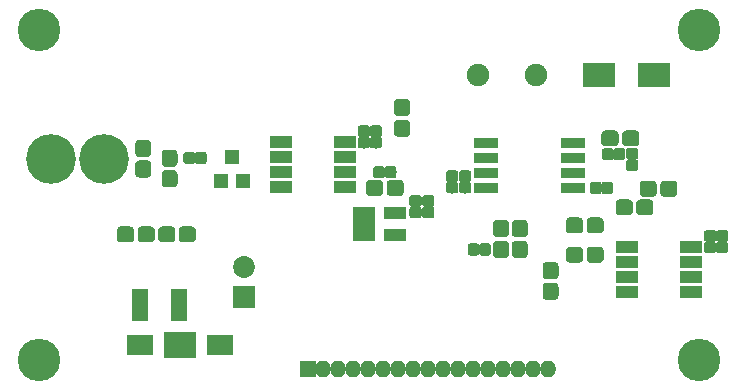
<source format=gts>
%TF.GenerationSoftware,KiCad,Pcbnew,(5.0.0)*%
%TF.CreationDate,2019-04-05T20:44:03+13:00*%
%TF.ProjectId,VideoTimingBoard,566964656F54696D696E67426F617264,rev?*%
%TF.SameCoordinates,Original*%
%TF.FileFunction,Soldermask,Top*%
%TF.FilePolarity,Negative*%
%FSLAX46Y46*%
G04 Gerber Fmt 4.6, Leading zero omitted, Abs format (unit mm)*
G04 Created by KiCad (PCBNEW (5.0.0)) date 04/05/19 20:44:03*
%MOMM*%
%LPD*%
G01*
G04 APERTURE LIST*
%ADD10R,1.960000X1.050000*%
%ADD11C,0.100000*%
%ADD12C,1.350000*%
%ADD13R,1.950000X1.000000*%
%ADD14O,1.400000X1.400000*%
%ADD15R,1.400000X1.400000*%
%ADD16C,0.990000*%
%ADD17R,2.203200X1.803200*%
%ADD18R,2.803200X2.203200*%
%ADD19R,2.150000X0.950000*%
%ADD20C,1.900000*%
%ADD21R,2.700000X2.000000*%
%ADD22C,1.854200*%
%ADD23R,1.854200X1.854200*%
%ADD24R,1.403200X2.703200*%
%ADD25R,1.200000X1.300000*%
%ADD26C,4.210000*%
%ADD27C,3.600000*%
G04 APERTURE END LIST*
D10*
X148289000Y-105603000D03*
X148289000Y-107503000D03*
X145589000Y-107503000D03*
X145589000Y-106553000D03*
X145589000Y-105603000D03*
D11*
G36*
X129339581Y-106768625D02*
X129372343Y-106773485D01*
X129404471Y-106781533D01*
X129435656Y-106792691D01*
X129465596Y-106806852D01*
X129494005Y-106823879D01*
X129520608Y-106843609D01*
X129545149Y-106865851D01*
X129567391Y-106890392D01*
X129587121Y-106916995D01*
X129604148Y-106945404D01*
X129618309Y-106975344D01*
X129629467Y-107006529D01*
X129637515Y-107038657D01*
X129642375Y-107071419D01*
X129644000Y-107104500D01*
X129644000Y-107779500D01*
X129642375Y-107812581D01*
X129637515Y-107845343D01*
X129629467Y-107877471D01*
X129618309Y-107908656D01*
X129604148Y-107938596D01*
X129587121Y-107967005D01*
X129567391Y-107993608D01*
X129545149Y-108018149D01*
X129520608Y-108040391D01*
X129494005Y-108060121D01*
X129465596Y-108077148D01*
X129435656Y-108091309D01*
X129404471Y-108102467D01*
X129372343Y-108110515D01*
X129339581Y-108115375D01*
X129306500Y-108117000D01*
X128531500Y-108117000D01*
X128498419Y-108115375D01*
X128465657Y-108110515D01*
X128433529Y-108102467D01*
X128402344Y-108091309D01*
X128372404Y-108077148D01*
X128343995Y-108060121D01*
X128317392Y-108040391D01*
X128292851Y-108018149D01*
X128270609Y-107993608D01*
X128250879Y-107967005D01*
X128233852Y-107938596D01*
X128219691Y-107908656D01*
X128208533Y-107877471D01*
X128200485Y-107845343D01*
X128195625Y-107812581D01*
X128194000Y-107779500D01*
X128194000Y-107104500D01*
X128195625Y-107071419D01*
X128200485Y-107038657D01*
X128208533Y-107006529D01*
X128219691Y-106975344D01*
X128233852Y-106945404D01*
X128250879Y-106916995D01*
X128270609Y-106890392D01*
X128292851Y-106865851D01*
X128317392Y-106843609D01*
X128343995Y-106823879D01*
X128372404Y-106806852D01*
X128402344Y-106792691D01*
X128433529Y-106781533D01*
X128465657Y-106773485D01*
X128498419Y-106768625D01*
X128531500Y-106767000D01*
X129306500Y-106767000D01*
X129339581Y-106768625D01*
X129339581Y-106768625D01*
G37*
D12*
X128919000Y-107442000D03*
D11*
G36*
X131089581Y-106768625D02*
X131122343Y-106773485D01*
X131154471Y-106781533D01*
X131185656Y-106792691D01*
X131215596Y-106806852D01*
X131244005Y-106823879D01*
X131270608Y-106843609D01*
X131295149Y-106865851D01*
X131317391Y-106890392D01*
X131337121Y-106916995D01*
X131354148Y-106945404D01*
X131368309Y-106975344D01*
X131379467Y-107006529D01*
X131387515Y-107038657D01*
X131392375Y-107071419D01*
X131394000Y-107104500D01*
X131394000Y-107779500D01*
X131392375Y-107812581D01*
X131387515Y-107845343D01*
X131379467Y-107877471D01*
X131368309Y-107908656D01*
X131354148Y-107938596D01*
X131337121Y-107967005D01*
X131317391Y-107993608D01*
X131295149Y-108018149D01*
X131270608Y-108040391D01*
X131244005Y-108060121D01*
X131215596Y-108077148D01*
X131185656Y-108091309D01*
X131154471Y-108102467D01*
X131122343Y-108110515D01*
X131089581Y-108115375D01*
X131056500Y-108117000D01*
X130281500Y-108117000D01*
X130248419Y-108115375D01*
X130215657Y-108110515D01*
X130183529Y-108102467D01*
X130152344Y-108091309D01*
X130122404Y-108077148D01*
X130093995Y-108060121D01*
X130067392Y-108040391D01*
X130042851Y-108018149D01*
X130020609Y-107993608D01*
X130000879Y-107967005D01*
X129983852Y-107938596D01*
X129969691Y-107908656D01*
X129958533Y-107877471D01*
X129950485Y-107845343D01*
X129945625Y-107812581D01*
X129944000Y-107779500D01*
X129944000Y-107104500D01*
X129945625Y-107071419D01*
X129950485Y-107038657D01*
X129958533Y-107006529D01*
X129969691Y-106975344D01*
X129983852Y-106945404D01*
X130000879Y-106916995D01*
X130020609Y-106890392D01*
X130042851Y-106865851D01*
X130067392Y-106843609D01*
X130093995Y-106823879D01*
X130122404Y-106806852D01*
X130152344Y-106792691D01*
X130183529Y-106781533D01*
X130215657Y-106773485D01*
X130248419Y-106768625D01*
X130281500Y-106767000D01*
X131056500Y-106767000D01*
X131089581Y-106768625D01*
X131089581Y-106768625D01*
G37*
D12*
X130669000Y-107442000D03*
D13*
X173286400Y-108534200D03*
X173286400Y-109804200D03*
X173286400Y-111074200D03*
X173286400Y-112344200D03*
X167886400Y-112344200D03*
X167886400Y-111074200D03*
X167886400Y-109804200D03*
X167886400Y-108534200D03*
D11*
G36*
X149214581Y-97727025D02*
X149247343Y-97731885D01*
X149279471Y-97739933D01*
X149310656Y-97751091D01*
X149340596Y-97765252D01*
X149369005Y-97782279D01*
X149395608Y-97802009D01*
X149420149Y-97824251D01*
X149442391Y-97848792D01*
X149462121Y-97875395D01*
X149479148Y-97903804D01*
X149493309Y-97933744D01*
X149504467Y-97964929D01*
X149512515Y-97997057D01*
X149517375Y-98029819D01*
X149519000Y-98062900D01*
X149519000Y-98837900D01*
X149517375Y-98870981D01*
X149512515Y-98903743D01*
X149504467Y-98935871D01*
X149493309Y-98967056D01*
X149479148Y-98996996D01*
X149462121Y-99025405D01*
X149442391Y-99052008D01*
X149420149Y-99076549D01*
X149395608Y-99098791D01*
X149369005Y-99118521D01*
X149340596Y-99135548D01*
X149310656Y-99149709D01*
X149279471Y-99160867D01*
X149247343Y-99168915D01*
X149214581Y-99173775D01*
X149181500Y-99175400D01*
X148506500Y-99175400D01*
X148473419Y-99173775D01*
X148440657Y-99168915D01*
X148408529Y-99160867D01*
X148377344Y-99149709D01*
X148347404Y-99135548D01*
X148318995Y-99118521D01*
X148292392Y-99098791D01*
X148267851Y-99076549D01*
X148245609Y-99052008D01*
X148225879Y-99025405D01*
X148208852Y-98996996D01*
X148194691Y-98967056D01*
X148183533Y-98935871D01*
X148175485Y-98903743D01*
X148170625Y-98870981D01*
X148169000Y-98837900D01*
X148169000Y-98062900D01*
X148170625Y-98029819D01*
X148175485Y-97997057D01*
X148183533Y-97964929D01*
X148194691Y-97933744D01*
X148208852Y-97903804D01*
X148225879Y-97875395D01*
X148245609Y-97848792D01*
X148267851Y-97824251D01*
X148292392Y-97802009D01*
X148318995Y-97782279D01*
X148347404Y-97765252D01*
X148377344Y-97751091D01*
X148408529Y-97739933D01*
X148440657Y-97731885D01*
X148473419Y-97727025D01*
X148506500Y-97725400D01*
X149181500Y-97725400D01*
X149214581Y-97727025D01*
X149214581Y-97727025D01*
G37*
D12*
X148844000Y-98450400D03*
D11*
G36*
X149214581Y-95977025D02*
X149247343Y-95981885D01*
X149279471Y-95989933D01*
X149310656Y-96001091D01*
X149340596Y-96015252D01*
X149369005Y-96032279D01*
X149395608Y-96052009D01*
X149420149Y-96074251D01*
X149442391Y-96098792D01*
X149462121Y-96125395D01*
X149479148Y-96153804D01*
X149493309Y-96183744D01*
X149504467Y-96214929D01*
X149512515Y-96247057D01*
X149517375Y-96279819D01*
X149519000Y-96312900D01*
X149519000Y-97087900D01*
X149517375Y-97120981D01*
X149512515Y-97153743D01*
X149504467Y-97185871D01*
X149493309Y-97217056D01*
X149479148Y-97246996D01*
X149462121Y-97275405D01*
X149442391Y-97302008D01*
X149420149Y-97326549D01*
X149395608Y-97348791D01*
X149369005Y-97368521D01*
X149340596Y-97385548D01*
X149310656Y-97399709D01*
X149279471Y-97410867D01*
X149247343Y-97418915D01*
X149214581Y-97423775D01*
X149181500Y-97425400D01*
X148506500Y-97425400D01*
X148473419Y-97423775D01*
X148440657Y-97418915D01*
X148408529Y-97410867D01*
X148377344Y-97399709D01*
X148347404Y-97385548D01*
X148318995Y-97368521D01*
X148292392Y-97348791D01*
X148267851Y-97326549D01*
X148245609Y-97302008D01*
X148225879Y-97275405D01*
X148208852Y-97246996D01*
X148194691Y-97217056D01*
X148183533Y-97185871D01*
X148175485Y-97153743D01*
X148170625Y-97120981D01*
X148169000Y-97087900D01*
X148169000Y-96312900D01*
X148170625Y-96279819D01*
X148175485Y-96247057D01*
X148183533Y-96214929D01*
X148194691Y-96183744D01*
X148208852Y-96153804D01*
X148225879Y-96125395D01*
X148245609Y-96098792D01*
X148267851Y-96074251D01*
X148292392Y-96052009D01*
X148318995Y-96032279D01*
X148347404Y-96015252D01*
X148377344Y-96001091D01*
X148408529Y-95989933D01*
X148440657Y-95981885D01*
X148473419Y-95977025D01*
X148506500Y-95975400D01*
X149181500Y-95975400D01*
X149214581Y-95977025D01*
X149214581Y-95977025D01*
G37*
D12*
X148844000Y-96700400D03*
D11*
G36*
X161787581Y-111530625D02*
X161820343Y-111535485D01*
X161852471Y-111543533D01*
X161883656Y-111554691D01*
X161913596Y-111568852D01*
X161942005Y-111585879D01*
X161968608Y-111605609D01*
X161993149Y-111627851D01*
X162015391Y-111652392D01*
X162035121Y-111678995D01*
X162052148Y-111707404D01*
X162066309Y-111737344D01*
X162077467Y-111768529D01*
X162085515Y-111800657D01*
X162090375Y-111833419D01*
X162092000Y-111866500D01*
X162092000Y-112641500D01*
X162090375Y-112674581D01*
X162085515Y-112707343D01*
X162077467Y-112739471D01*
X162066309Y-112770656D01*
X162052148Y-112800596D01*
X162035121Y-112829005D01*
X162015391Y-112855608D01*
X161993149Y-112880149D01*
X161968608Y-112902391D01*
X161942005Y-112922121D01*
X161913596Y-112939148D01*
X161883656Y-112953309D01*
X161852471Y-112964467D01*
X161820343Y-112972515D01*
X161787581Y-112977375D01*
X161754500Y-112979000D01*
X161079500Y-112979000D01*
X161046419Y-112977375D01*
X161013657Y-112972515D01*
X160981529Y-112964467D01*
X160950344Y-112953309D01*
X160920404Y-112939148D01*
X160891995Y-112922121D01*
X160865392Y-112902391D01*
X160840851Y-112880149D01*
X160818609Y-112855608D01*
X160798879Y-112829005D01*
X160781852Y-112800596D01*
X160767691Y-112770656D01*
X160756533Y-112739471D01*
X160748485Y-112707343D01*
X160743625Y-112674581D01*
X160742000Y-112641500D01*
X160742000Y-111866500D01*
X160743625Y-111833419D01*
X160748485Y-111800657D01*
X160756533Y-111768529D01*
X160767691Y-111737344D01*
X160781852Y-111707404D01*
X160798879Y-111678995D01*
X160818609Y-111652392D01*
X160840851Y-111627851D01*
X160865392Y-111605609D01*
X160891995Y-111585879D01*
X160920404Y-111568852D01*
X160950344Y-111554691D01*
X160981529Y-111543533D01*
X161013657Y-111535485D01*
X161046419Y-111530625D01*
X161079500Y-111529000D01*
X161754500Y-111529000D01*
X161787581Y-111530625D01*
X161787581Y-111530625D01*
G37*
D12*
X161417000Y-112254000D03*
D11*
G36*
X161787581Y-109780625D02*
X161820343Y-109785485D01*
X161852471Y-109793533D01*
X161883656Y-109804691D01*
X161913596Y-109818852D01*
X161942005Y-109835879D01*
X161968608Y-109855609D01*
X161993149Y-109877851D01*
X162015391Y-109902392D01*
X162035121Y-109928995D01*
X162052148Y-109957404D01*
X162066309Y-109987344D01*
X162077467Y-110018529D01*
X162085515Y-110050657D01*
X162090375Y-110083419D01*
X162092000Y-110116500D01*
X162092000Y-110891500D01*
X162090375Y-110924581D01*
X162085515Y-110957343D01*
X162077467Y-110989471D01*
X162066309Y-111020656D01*
X162052148Y-111050596D01*
X162035121Y-111079005D01*
X162015391Y-111105608D01*
X161993149Y-111130149D01*
X161968608Y-111152391D01*
X161942005Y-111172121D01*
X161913596Y-111189148D01*
X161883656Y-111203309D01*
X161852471Y-111214467D01*
X161820343Y-111222515D01*
X161787581Y-111227375D01*
X161754500Y-111229000D01*
X161079500Y-111229000D01*
X161046419Y-111227375D01*
X161013657Y-111222515D01*
X160981529Y-111214467D01*
X160950344Y-111203309D01*
X160920404Y-111189148D01*
X160891995Y-111172121D01*
X160865392Y-111152391D01*
X160840851Y-111130149D01*
X160818609Y-111105608D01*
X160798879Y-111079005D01*
X160781852Y-111050596D01*
X160767691Y-111020656D01*
X160756533Y-110989471D01*
X160748485Y-110957343D01*
X160743625Y-110924581D01*
X160742000Y-110891500D01*
X160742000Y-110116500D01*
X160743625Y-110083419D01*
X160748485Y-110050657D01*
X160756533Y-110018529D01*
X160767691Y-109987344D01*
X160781852Y-109957404D01*
X160798879Y-109928995D01*
X160818609Y-109902392D01*
X160840851Y-109877851D01*
X160865392Y-109855609D01*
X160891995Y-109835879D01*
X160920404Y-109818852D01*
X160950344Y-109804691D01*
X160981529Y-109793533D01*
X161013657Y-109785485D01*
X161046419Y-109780625D01*
X161079500Y-109779000D01*
X161754500Y-109779000D01*
X161787581Y-109780625D01*
X161787581Y-109780625D01*
G37*
D12*
X161417000Y-110504000D03*
D14*
X161163000Y-118872000D03*
X159893000Y-118872000D03*
X158623000Y-118872000D03*
X157353000Y-118872000D03*
X156083000Y-118872000D03*
X154813000Y-118872000D03*
X153543000Y-118872000D03*
X152273000Y-118872000D03*
X151003000Y-118872000D03*
X149733000Y-118872000D03*
X148463000Y-118872000D03*
X147193000Y-118872000D03*
X145923000Y-118872000D03*
X144653000Y-118872000D03*
X143383000Y-118872000D03*
X142113000Y-118872000D03*
D15*
X140843000Y-118872000D03*
D11*
G36*
X168635259Y-101083192D02*
X168659285Y-101086756D01*
X168682845Y-101092657D01*
X168705714Y-101100840D01*
X168727671Y-101111224D01*
X168748504Y-101123711D01*
X168768012Y-101138180D01*
X168786009Y-101154491D01*
X168802320Y-101172488D01*
X168816789Y-101191996D01*
X168829276Y-101212829D01*
X168839660Y-101234786D01*
X168847843Y-101257655D01*
X168853744Y-101281215D01*
X168857308Y-101305241D01*
X168858500Y-101329500D01*
X168858500Y-101824500D01*
X168857308Y-101848759D01*
X168853744Y-101872785D01*
X168847843Y-101896345D01*
X168839660Y-101919214D01*
X168829276Y-101941171D01*
X168816789Y-101962004D01*
X168802320Y-101981512D01*
X168786009Y-101999509D01*
X168768012Y-102015820D01*
X168748504Y-102030289D01*
X168727671Y-102042776D01*
X168705714Y-102053160D01*
X168682845Y-102061343D01*
X168659285Y-102067244D01*
X168635259Y-102070808D01*
X168611000Y-102072000D01*
X168066000Y-102072000D01*
X168041741Y-102070808D01*
X168017715Y-102067244D01*
X167994155Y-102061343D01*
X167971286Y-102053160D01*
X167949329Y-102042776D01*
X167928496Y-102030289D01*
X167908988Y-102015820D01*
X167890991Y-101999509D01*
X167874680Y-101981512D01*
X167860211Y-101962004D01*
X167847724Y-101941171D01*
X167837340Y-101919214D01*
X167829157Y-101896345D01*
X167823256Y-101872785D01*
X167819692Y-101848759D01*
X167818500Y-101824500D01*
X167818500Y-101329500D01*
X167819692Y-101305241D01*
X167823256Y-101281215D01*
X167829157Y-101257655D01*
X167837340Y-101234786D01*
X167847724Y-101212829D01*
X167860211Y-101191996D01*
X167874680Y-101172488D01*
X167890991Y-101154491D01*
X167908988Y-101138180D01*
X167928496Y-101123711D01*
X167949329Y-101111224D01*
X167971286Y-101100840D01*
X167994155Y-101092657D01*
X168017715Y-101086756D01*
X168041741Y-101083192D01*
X168066000Y-101082000D01*
X168611000Y-101082000D01*
X168635259Y-101083192D01*
X168635259Y-101083192D01*
G37*
D16*
X168338500Y-101577000D03*
D11*
G36*
X168635259Y-100113192D02*
X168659285Y-100116756D01*
X168682845Y-100122657D01*
X168705714Y-100130840D01*
X168727671Y-100141224D01*
X168748504Y-100153711D01*
X168768012Y-100168180D01*
X168786009Y-100184491D01*
X168802320Y-100202488D01*
X168816789Y-100221996D01*
X168829276Y-100242829D01*
X168839660Y-100264786D01*
X168847843Y-100287655D01*
X168853744Y-100311215D01*
X168857308Y-100335241D01*
X168858500Y-100359500D01*
X168858500Y-100854500D01*
X168857308Y-100878759D01*
X168853744Y-100902785D01*
X168847843Y-100926345D01*
X168839660Y-100949214D01*
X168829276Y-100971171D01*
X168816789Y-100992004D01*
X168802320Y-101011512D01*
X168786009Y-101029509D01*
X168768012Y-101045820D01*
X168748504Y-101060289D01*
X168727671Y-101072776D01*
X168705714Y-101083160D01*
X168682845Y-101091343D01*
X168659285Y-101097244D01*
X168635259Y-101100808D01*
X168611000Y-101102000D01*
X168066000Y-101102000D01*
X168041741Y-101100808D01*
X168017715Y-101097244D01*
X167994155Y-101091343D01*
X167971286Y-101083160D01*
X167949329Y-101072776D01*
X167928496Y-101060289D01*
X167908988Y-101045820D01*
X167890991Y-101029509D01*
X167874680Y-101011512D01*
X167860211Y-100992004D01*
X167847724Y-100971171D01*
X167837340Y-100949214D01*
X167829157Y-100926345D01*
X167823256Y-100902785D01*
X167819692Y-100878759D01*
X167818500Y-100854500D01*
X167818500Y-100359500D01*
X167819692Y-100335241D01*
X167823256Y-100311215D01*
X167829157Y-100287655D01*
X167837340Y-100264786D01*
X167847724Y-100242829D01*
X167860211Y-100221996D01*
X167874680Y-100202488D01*
X167890991Y-100184491D01*
X167908988Y-100168180D01*
X167928496Y-100153711D01*
X167949329Y-100141224D01*
X167971286Y-100130840D01*
X167994155Y-100122657D01*
X168017715Y-100116756D01*
X168041741Y-100113192D01*
X168066000Y-100112000D01*
X168611000Y-100112000D01*
X168635259Y-100113192D01*
X168635259Y-100113192D01*
G37*
D16*
X168338500Y-100607000D03*
D11*
G36*
X166491759Y-102986192D02*
X166515785Y-102989756D01*
X166539345Y-102995657D01*
X166562214Y-103003840D01*
X166584171Y-103014224D01*
X166605004Y-103026711D01*
X166624512Y-103041180D01*
X166642509Y-103057491D01*
X166658820Y-103075488D01*
X166673289Y-103094996D01*
X166685776Y-103115829D01*
X166696160Y-103137786D01*
X166704343Y-103160655D01*
X166710244Y-103184215D01*
X166713808Y-103208241D01*
X166715000Y-103232500D01*
X166715000Y-103777500D01*
X166713808Y-103801759D01*
X166710244Y-103825785D01*
X166704343Y-103849345D01*
X166696160Y-103872214D01*
X166685776Y-103894171D01*
X166673289Y-103915004D01*
X166658820Y-103934512D01*
X166642509Y-103952509D01*
X166624512Y-103968820D01*
X166605004Y-103983289D01*
X166584171Y-103995776D01*
X166562214Y-104006160D01*
X166539345Y-104014343D01*
X166515785Y-104020244D01*
X166491759Y-104023808D01*
X166467500Y-104025000D01*
X165972500Y-104025000D01*
X165948241Y-104023808D01*
X165924215Y-104020244D01*
X165900655Y-104014343D01*
X165877786Y-104006160D01*
X165855829Y-103995776D01*
X165834996Y-103983289D01*
X165815488Y-103968820D01*
X165797491Y-103952509D01*
X165781180Y-103934512D01*
X165766711Y-103915004D01*
X165754224Y-103894171D01*
X165743840Y-103872214D01*
X165735657Y-103849345D01*
X165729756Y-103825785D01*
X165726192Y-103801759D01*
X165725000Y-103777500D01*
X165725000Y-103232500D01*
X165726192Y-103208241D01*
X165729756Y-103184215D01*
X165735657Y-103160655D01*
X165743840Y-103137786D01*
X165754224Y-103115829D01*
X165766711Y-103094996D01*
X165781180Y-103075488D01*
X165797491Y-103057491D01*
X165815488Y-103041180D01*
X165834996Y-103026711D01*
X165855829Y-103014224D01*
X165877786Y-103003840D01*
X165900655Y-102995657D01*
X165924215Y-102989756D01*
X165948241Y-102986192D01*
X165972500Y-102985000D01*
X166467500Y-102985000D01*
X166491759Y-102986192D01*
X166491759Y-102986192D01*
G37*
D16*
X166220000Y-103505000D03*
D11*
G36*
X165521759Y-102986192D02*
X165545785Y-102989756D01*
X165569345Y-102995657D01*
X165592214Y-103003840D01*
X165614171Y-103014224D01*
X165635004Y-103026711D01*
X165654512Y-103041180D01*
X165672509Y-103057491D01*
X165688820Y-103075488D01*
X165703289Y-103094996D01*
X165715776Y-103115829D01*
X165726160Y-103137786D01*
X165734343Y-103160655D01*
X165740244Y-103184215D01*
X165743808Y-103208241D01*
X165745000Y-103232500D01*
X165745000Y-103777500D01*
X165743808Y-103801759D01*
X165740244Y-103825785D01*
X165734343Y-103849345D01*
X165726160Y-103872214D01*
X165715776Y-103894171D01*
X165703289Y-103915004D01*
X165688820Y-103934512D01*
X165672509Y-103952509D01*
X165654512Y-103968820D01*
X165635004Y-103983289D01*
X165614171Y-103995776D01*
X165592214Y-104006160D01*
X165569345Y-104014343D01*
X165545785Y-104020244D01*
X165521759Y-104023808D01*
X165497500Y-104025000D01*
X165002500Y-104025000D01*
X164978241Y-104023808D01*
X164954215Y-104020244D01*
X164930655Y-104014343D01*
X164907786Y-104006160D01*
X164885829Y-103995776D01*
X164864996Y-103983289D01*
X164845488Y-103968820D01*
X164827491Y-103952509D01*
X164811180Y-103934512D01*
X164796711Y-103915004D01*
X164784224Y-103894171D01*
X164773840Y-103872214D01*
X164765657Y-103849345D01*
X164759756Y-103825785D01*
X164756192Y-103801759D01*
X164755000Y-103777500D01*
X164755000Y-103232500D01*
X164756192Y-103208241D01*
X164759756Y-103184215D01*
X164765657Y-103160655D01*
X164773840Y-103137786D01*
X164784224Y-103115829D01*
X164796711Y-103094996D01*
X164811180Y-103075488D01*
X164827491Y-103057491D01*
X164845488Y-103041180D01*
X164864996Y-103026711D01*
X164885829Y-103014224D01*
X164907786Y-103003840D01*
X164930655Y-102995657D01*
X164954215Y-102989756D01*
X164978241Y-102986192D01*
X165002500Y-102985000D01*
X165497500Y-102985000D01*
X165521759Y-102986192D01*
X165521759Y-102986192D01*
G37*
D16*
X165250000Y-103505000D03*
D11*
G36*
X156141259Y-108193192D02*
X156165285Y-108196756D01*
X156188845Y-108202657D01*
X156211714Y-108210840D01*
X156233671Y-108221224D01*
X156254504Y-108233711D01*
X156274012Y-108248180D01*
X156292009Y-108264491D01*
X156308320Y-108282488D01*
X156322789Y-108301996D01*
X156335276Y-108322829D01*
X156345660Y-108344786D01*
X156353843Y-108367655D01*
X156359744Y-108391215D01*
X156363308Y-108415241D01*
X156364500Y-108439500D01*
X156364500Y-108984500D01*
X156363308Y-109008759D01*
X156359744Y-109032785D01*
X156353843Y-109056345D01*
X156345660Y-109079214D01*
X156335276Y-109101171D01*
X156322789Y-109122004D01*
X156308320Y-109141512D01*
X156292009Y-109159509D01*
X156274012Y-109175820D01*
X156254504Y-109190289D01*
X156233671Y-109202776D01*
X156211714Y-109213160D01*
X156188845Y-109221343D01*
X156165285Y-109227244D01*
X156141259Y-109230808D01*
X156117000Y-109232000D01*
X155622000Y-109232000D01*
X155597741Y-109230808D01*
X155573715Y-109227244D01*
X155550155Y-109221343D01*
X155527286Y-109213160D01*
X155505329Y-109202776D01*
X155484496Y-109190289D01*
X155464988Y-109175820D01*
X155446991Y-109159509D01*
X155430680Y-109141512D01*
X155416211Y-109122004D01*
X155403724Y-109101171D01*
X155393340Y-109079214D01*
X155385157Y-109056345D01*
X155379256Y-109032785D01*
X155375692Y-109008759D01*
X155374500Y-108984500D01*
X155374500Y-108439500D01*
X155375692Y-108415241D01*
X155379256Y-108391215D01*
X155385157Y-108367655D01*
X155393340Y-108344786D01*
X155403724Y-108322829D01*
X155416211Y-108301996D01*
X155430680Y-108282488D01*
X155446991Y-108264491D01*
X155464988Y-108248180D01*
X155484496Y-108233711D01*
X155505329Y-108221224D01*
X155527286Y-108210840D01*
X155550155Y-108202657D01*
X155573715Y-108196756D01*
X155597741Y-108193192D01*
X155622000Y-108192000D01*
X156117000Y-108192000D01*
X156141259Y-108193192D01*
X156141259Y-108193192D01*
G37*
D16*
X155869500Y-108712000D03*
D11*
G36*
X155171259Y-108193192D02*
X155195285Y-108196756D01*
X155218845Y-108202657D01*
X155241714Y-108210840D01*
X155263671Y-108221224D01*
X155284504Y-108233711D01*
X155304012Y-108248180D01*
X155322009Y-108264491D01*
X155338320Y-108282488D01*
X155352789Y-108301996D01*
X155365276Y-108322829D01*
X155375660Y-108344786D01*
X155383843Y-108367655D01*
X155389744Y-108391215D01*
X155393308Y-108415241D01*
X155394500Y-108439500D01*
X155394500Y-108984500D01*
X155393308Y-109008759D01*
X155389744Y-109032785D01*
X155383843Y-109056345D01*
X155375660Y-109079214D01*
X155365276Y-109101171D01*
X155352789Y-109122004D01*
X155338320Y-109141512D01*
X155322009Y-109159509D01*
X155304012Y-109175820D01*
X155284504Y-109190289D01*
X155263671Y-109202776D01*
X155241714Y-109213160D01*
X155218845Y-109221343D01*
X155195285Y-109227244D01*
X155171259Y-109230808D01*
X155147000Y-109232000D01*
X154652000Y-109232000D01*
X154627741Y-109230808D01*
X154603715Y-109227244D01*
X154580155Y-109221343D01*
X154557286Y-109213160D01*
X154535329Y-109202776D01*
X154514496Y-109190289D01*
X154494988Y-109175820D01*
X154476991Y-109159509D01*
X154460680Y-109141512D01*
X154446211Y-109122004D01*
X154433724Y-109101171D01*
X154423340Y-109079214D01*
X154415157Y-109056345D01*
X154409256Y-109032785D01*
X154405692Y-109008759D01*
X154404500Y-108984500D01*
X154404500Y-108439500D01*
X154405692Y-108415241D01*
X154409256Y-108391215D01*
X154415157Y-108367655D01*
X154423340Y-108344786D01*
X154433724Y-108322829D01*
X154446211Y-108301996D01*
X154460680Y-108282488D01*
X154476991Y-108264491D01*
X154494988Y-108248180D01*
X154514496Y-108233711D01*
X154535329Y-108221224D01*
X154557286Y-108210840D01*
X154580155Y-108202657D01*
X154603715Y-108196756D01*
X154627741Y-108193192D01*
X154652000Y-108192000D01*
X155147000Y-108192000D01*
X155171259Y-108193192D01*
X155171259Y-108193192D01*
G37*
D16*
X154899500Y-108712000D03*
D11*
G36*
X146918259Y-98208192D02*
X146942285Y-98211756D01*
X146965845Y-98217657D01*
X146988714Y-98225840D01*
X147010671Y-98236224D01*
X147031504Y-98248711D01*
X147051012Y-98263180D01*
X147069009Y-98279491D01*
X147085320Y-98297488D01*
X147099789Y-98316996D01*
X147112276Y-98337829D01*
X147122660Y-98359786D01*
X147130843Y-98382655D01*
X147136744Y-98406215D01*
X147140308Y-98430241D01*
X147141500Y-98454500D01*
X147141500Y-98949500D01*
X147140308Y-98973759D01*
X147136744Y-98997785D01*
X147130843Y-99021345D01*
X147122660Y-99044214D01*
X147112276Y-99066171D01*
X147099789Y-99087004D01*
X147085320Y-99106512D01*
X147069009Y-99124509D01*
X147051012Y-99140820D01*
X147031504Y-99155289D01*
X147010671Y-99167776D01*
X146988714Y-99178160D01*
X146965845Y-99186343D01*
X146942285Y-99192244D01*
X146918259Y-99195808D01*
X146894000Y-99197000D01*
X146349000Y-99197000D01*
X146324741Y-99195808D01*
X146300715Y-99192244D01*
X146277155Y-99186343D01*
X146254286Y-99178160D01*
X146232329Y-99167776D01*
X146211496Y-99155289D01*
X146191988Y-99140820D01*
X146173991Y-99124509D01*
X146157680Y-99106512D01*
X146143211Y-99087004D01*
X146130724Y-99066171D01*
X146120340Y-99044214D01*
X146112157Y-99021345D01*
X146106256Y-98997785D01*
X146102692Y-98973759D01*
X146101500Y-98949500D01*
X146101500Y-98454500D01*
X146102692Y-98430241D01*
X146106256Y-98406215D01*
X146112157Y-98382655D01*
X146120340Y-98359786D01*
X146130724Y-98337829D01*
X146143211Y-98316996D01*
X146157680Y-98297488D01*
X146173991Y-98279491D01*
X146191988Y-98263180D01*
X146211496Y-98248711D01*
X146232329Y-98236224D01*
X146254286Y-98225840D01*
X146277155Y-98217657D01*
X146300715Y-98211756D01*
X146324741Y-98208192D01*
X146349000Y-98207000D01*
X146894000Y-98207000D01*
X146918259Y-98208192D01*
X146918259Y-98208192D01*
G37*
D16*
X146621500Y-98702000D03*
D11*
G36*
X146918259Y-99178192D02*
X146942285Y-99181756D01*
X146965845Y-99187657D01*
X146988714Y-99195840D01*
X147010671Y-99206224D01*
X147031504Y-99218711D01*
X147051012Y-99233180D01*
X147069009Y-99249491D01*
X147085320Y-99267488D01*
X147099789Y-99286996D01*
X147112276Y-99307829D01*
X147122660Y-99329786D01*
X147130843Y-99352655D01*
X147136744Y-99376215D01*
X147140308Y-99400241D01*
X147141500Y-99424500D01*
X147141500Y-99919500D01*
X147140308Y-99943759D01*
X147136744Y-99967785D01*
X147130843Y-99991345D01*
X147122660Y-100014214D01*
X147112276Y-100036171D01*
X147099789Y-100057004D01*
X147085320Y-100076512D01*
X147069009Y-100094509D01*
X147051012Y-100110820D01*
X147031504Y-100125289D01*
X147010671Y-100137776D01*
X146988714Y-100148160D01*
X146965845Y-100156343D01*
X146942285Y-100162244D01*
X146918259Y-100165808D01*
X146894000Y-100167000D01*
X146349000Y-100167000D01*
X146324741Y-100165808D01*
X146300715Y-100162244D01*
X146277155Y-100156343D01*
X146254286Y-100148160D01*
X146232329Y-100137776D01*
X146211496Y-100125289D01*
X146191988Y-100110820D01*
X146173991Y-100094509D01*
X146157680Y-100076512D01*
X146143211Y-100057004D01*
X146130724Y-100036171D01*
X146120340Y-100014214D01*
X146112157Y-99991345D01*
X146106256Y-99967785D01*
X146102692Y-99943759D01*
X146101500Y-99919500D01*
X146101500Y-99424500D01*
X146102692Y-99400241D01*
X146106256Y-99376215D01*
X146112157Y-99352655D01*
X146120340Y-99329786D01*
X146130724Y-99307829D01*
X146143211Y-99286996D01*
X146157680Y-99267488D01*
X146173991Y-99249491D01*
X146191988Y-99233180D01*
X146211496Y-99218711D01*
X146232329Y-99206224D01*
X146254286Y-99195840D01*
X146277155Y-99187657D01*
X146300715Y-99181756D01*
X146324741Y-99178192D01*
X146349000Y-99177000D01*
X146894000Y-99177000D01*
X146918259Y-99178192D01*
X146918259Y-99178192D01*
G37*
D16*
X146621500Y-99672000D03*
D11*
G36*
X145902259Y-98208192D02*
X145926285Y-98211756D01*
X145949845Y-98217657D01*
X145972714Y-98225840D01*
X145994671Y-98236224D01*
X146015504Y-98248711D01*
X146035012Y-98263180D01*
X146053009Y-98279491D01*
X146069320Y-98297488D01*
X146083789Y-98316996D01*
X146096276Y-98337829D01*
X146106660Y-98359786D01*
X146114843Y-98382655D01*
X146120744Y-98406215D01*
X146124308Y-98430241D01*
X146125500Y-98454500D01*
X146125500Y-98949500D01*
X146124308Y-98973759D01*
X146120744Y-98997785D01*
X146114843Y-99021345D01*
X146106660Y-99044214D01*
X146096276Y-99066171D01*
X146083789Y-99087004D01*
X146069320Y-99106512D01*
X146053009Y-99124509D01*
X146035012Y-99140820D01*
X146015504Y-99155289D01*
X145994671Y-99167776D01*
X145972714Y-99178160D01*
X145949845Y-99186343D01*
X145926285Y-99192244D01*
X145902259Y-99195808D01*
X145878000Y-99197000D01*
X145333000Y-99197000D01*
X145308741Y-99195808D01*
X145284715Y-99192244D01*
X145261155Y-99186343D01*
X145238286Y-99178160D01*
X145216329Y-99167776D01*
X145195496Y-99155289D01*
X145175988Y-99140820D01*
X145157991Y-99124509D01*
X145141680Y-99106512D01*
X145127211Y-99087004D01*
X145114724Y-99066171D01*
X145104340Y-99044214D01*
X145096157Y-99021345D01*
X145090256Y-98997785D01*
X145086692Y-98973759D01*
X145085500Y-98949500D01*
X145085500Y-98454500D01*
X145086692Y-98430241D01*
X145090256Y-98406215D01*
X145096157Y-98382655D01*
X145104340Y-98359786D01*
X145114724Y-98337829D01*
X145127211Y-98316996D01*
X145141680Y-98297488D01*
X145157991Y-98279491D01*
X145175988Y-98263180D01*
X145195496Y-98248711D01*
X145216329Y-98236224D01*
X145238286Y-98225840D01*
X145261155Y-98217657D01*
X145284715Y-98211756D01*
X145308741Y-98208192D01*
X145333000Y-98207000D01*
X145878000Y-98207000D01*
X145902259Y-98208192D01*
X145902259Y-98208192D01*
G37*
D16*
X145605500Y-98702000D03*
D11*
G36*
X145902259Y-99178192D02*
X145926285Y-99181756D01*
X145949845Y-99187657D01*
X145972714Y-99195840D01*
X145994671Y-99206224D01*
X146015504Y-99218711D01*
X146035012Y-99233180D01*
X146053009Y-99249491D01*
X146069320Y-99267488D01*
X146083789Y-99286996D01*
X146096276Y-99307829D01*
X146106660Y-99329786D01*
X146114843Y-99352655D01*
X146120744Y-99376215D01*
X146124308Y-99400241D01*
X146125500Y-99424500D01*
X146125500Y-99919500D01*
X146124308Y-99943759D01*
X146120744Y-99967785D01*
X146114843Y-99991345D01*
X146106660Y-100014214D01*
X146096276Y-100036171D01*
X146083789Y-100057004D01*
X146069320Y-100076512D01*
X146053009Y-100094509D01*
X146035012Y-100110820D01*
X146015504Y-100125289D01*
X145994671Y-100137776D01*
X145972714Y-100148160D01*
X145949845Y-100156343D01*
X145926285Y-100162244D01*
X145902259Y-100165808D01*
X145878000Y-100167000D01*
X145333000Y-100167000D01*
X145308741Y-100165808D01*
X145284715Y-100162244D01*
X145261155Y-100156343D01*
X145238286Y-100148160D01*
X145216329Y-100137776D01*
X145195496Y-100125289D01*
X145175988Y-100110820D01*
X145157991Y-100094509D01*
X145141680Y-100076512D01*
X145127211Y-100057004D01*
X145114724Y-100036171D01*
X145104340Y-100014214D01*
X145096157Y-99991345D01*
X145090256Y-99967785D01*
X145086692Y-99943759D01*
X145085500Y-99919500D01*
X145085500Y-99424500D01*
X145086692Y-99400241D01*
X145090256Y-99376215D01*
X145096157Y-99352655D01*
X145104340Y-99329786D01*
X145114724Y-99307829D01*
X145127211Y-99286996D01*
X145141680Y-99267488D01*
X145157991Y-99249491D01*
X145175988Y-99233180D01*
X145195496Y-99218711D01*
X145216329Y-99206224D01*
X145238286Y-99195840D01*
X145261155Y-99187657D01*
X145284715Y-99181756D01*
X145308741Y-99178192D01*
X145333000Y-99177000D01*
X145878000Y-99177000D01*
X145902259Y-99178192D01*
X145902259Y-99178192D01*
G37*
D16*
X145605500Y-99672000D03*
D11*
G36*
X150283759Y-104113692D02*
X150307785Y-104117256D01*
X150331345Y-104123157D01*
X150354214Y-104131340D01*
X150376171Y-104141724D01*
X150397004Y-104154211D01*
X150416512Y-104168680D01*
X150434509Y-104184991D01*
X150450820Y-104202988D01*
X150465289Y-104222496D01*
X150477776Y-104243329D01*
X150488160Y-104265286D01*
X150496343Y-104288155D01*
X150502244Y-104311715D01*
X150505808Y-104335741D01*
X150507000Y-104360000D01*
X150507000Y-104855000D01*
X150505808Y-104879259D01*
X150502244Y-104903285D01*
X150496343Y-104926845D01*
X150488160Y-104949714D01*
X150477776Y-104971671D01*
X150465289Y-104992504D01*
X150450820Y-105012012D01*
X150434509Y-105030009D01*
X150416512Y-105046320D01*
X150397004Y-105060789D01*
X150376171Y-105073276D01*
X150354214Y-105083660D01*
X150331345Y-105091843D01*
X150307785Y-105097744D01*
X150283759Y-105101308D01*
X150259500Y-105102500D01*
X149714500Y-105102500D01*
X149690241Y-105101308D01*
X149666215Y-105097744D01*
X149642655Y-105091843D01*
X149619786Y-105083660D01*
X149597829Y-105073276D01*
X149576996Y-105060789D01*
X149557488Y-105046320D01*
X149539491Y-105030009D01*
X149523180Y-105012012D01*
X149508711Y-104992504D01*
X149496224Y-104971671D01*
X149485840Y-104949714D01*
X149477657Y-104926845D01*
X149471756Y-104903285D01*
X149468192Y-104879259D01*
X149467000Y-104855000D01*
X149467000Y-104360000D01*
X149468192Y-104335741D01*
X149471756Y-104311715D01*
X149477657Y-104288155D01*
X149485840Y-104265286D01*
X149496224Y-104243329D01*
X149508711Y-104222496D01*
X149523180Y-104202988D01*
X149539491Y-104184991D01*
X149557488Y-104168680D01*
X149576996Y-104154211D01*
X149597829Y-104141724D01*
X149619786Y-104131340D01*
X149642655Y-104123157D01*
X149666215Y-104117256D01*
X149690241Y-104113692D01*
X149714500Y-104112500D01*
X150259500Y-104112500D01*
X150283759Y-104113692D01*
X150283759Y-104113692D01*
G37*
D16*
X149987000Y-104607500D03*
D11*
G36*
X150283759Y-105083692D02*
X150307785Y-105087256D01*
X150331345Y-105093157D01*
X150354214Y-105101340D01*
X150376171Y-105111724D01*
X150397004Y-105124211D01*
X150416512Y-105138680D01*
X150434509Y-105154991D01*
X150450820Y-105172988D01*
X150465289Y-105192496D01*
X150477776Y-105213329D01*
X150488160Y-105235286D01*
X150496343Y-105258155D01*
X150502244Y-105281715D01*
X150505808Y-105305741D01*
X150507000Y-105330000D01*
X150507000Y-105825000D01*
X150505808Y-105849259D01*
X150502244Y-105873285D01*
X150496343Y-105896845D01*
X150488160Y-105919714D01*
X150477776Y-105941671D01*
X150465289Y-105962504D01*
X150450820Y-105982012D01*
X150434509Y-106000009D01*
X150416512Y-106016320D01*
X150397004Y-106030789D01*
X150376171Y-106043276D01*
X150354214Y-106053660D01*
X150331345Y-106061843D01*
X150307785Y-106067744D01*
X150283759Y-106071308D01*
X150259500Y-106072500D01*
X149714500Y-106072500D01*
X149690241Y-106071308D01*
X149666215Y-106067744D01*
X149642655Y-106061843D01*
X149619786Y-106053660D01*
X149597829Y-106043276D01*
X149576996Y-106030789D01*
X149557488Y-106016320D01*
X149539491Y-106000009D01*
X149523180Y-105982012D01*
X149508711Y-105962504D01*
X149496224Y-105941671D01*
X149485840Y-105919714D01*
X149477657Y-105896845D01*
X149471756Y-105873285D01*
X149468192Y-105849259D01*
X149467000Y-105825000D01*
X149467000Y-105330000D01*
X149468192Y-105305741D01*
X149471756Y-105281715D01*
X149477657Y-105258155D01*
X149485840Y-105235286D01*
X149496224Y-105213329D01*
X149508711Y-105192496D01*
X149523180Y-105172988D01*
X149539491Y-105154991D01*
X149557488Y-105138680D01*
X149576996Y-105124211D01*
X149597829Y-105111724D01*
X149619786Y-105101340D01*
X149642655Y-105093157D01*
X149666215Y-105087256D01*
X149690241Y-105083692D01*
X149714500Y-105082500D01*
X150259500Y-105082500D01*
X150283759Y-105083692D01*
X150283759Y-105083692D01*
G37*
D16*
X149987000Y-105577500D03*
D11*
G36*
X176242559Y-108042792D02*
X176266585Y-108046356D01*
X176290145Y-108052257D01*
X176313014Y-108060440D01*
X176334971Y-108070824D01*
X176355804Y-108083311D01*
X176375312Y-108097780D01*
X176393309Y-108114091D01*
X176409620Y-108132088D01*
X176424089Y-108151596D01*
X176436576Y-108172429D01*
X176446960Y-108194386D01*
X176455143Y-108217255D01*
X176461044Y-108240815D01*
X176464608Y-108264841D01*
X176465800Y-108289100D01*
X176465800Y-108784100D01*
X176464608Y-108808359D01*
X176461044Y-108832385D01*
X176455143Y-108855945D01*
X176446960Y-108878814D01*
X176436576Y-108900771D01*
X176424089Y-108921604D01*
X176409620Y-108941112D01*
X176393309Y-108959109D01*
X176375312Y-108975420D01*
X176355804Y-108989889D01*
X176334971Y-109002376D01*
X176313014Y-109012760D01*
X176290145Y-109020943D01*
X176266585Y-109026844D01*
X176242559Y-109030408D01*
X176218300Y-109031600D01*
X175673300Y-109031600D01*
X175649041Y-109030408D01*
X175625015Y-109026844D01*
X175601455Y-109020943D01*
X175578586Y-109012760D01*
X175556629Y-109002376D01*
X175535796Y-108989889D01*
X175516288Y-108975420D01*
X175498291Y-108959109D01*
X175481980Y-108941112D01*
X175467511Y-108921604D01*
X175455024Y-108900771D01*
X175444640Y-108878814D01*
X175436457Y-108855945D01*
X175430556Y-108832385D01*
X175426992Y-108808359D01*
X175425800Y-108784100D01*
X175425800Y-108289100D01*
X175426992Y-108264841D01*
X175430556Y-108240815D01*
X175436457Y-108217255D01*
X175444640Y-108194386D01*
X175455024Y-108172429D01*
X175467511Y-108151596D01*
X175481980Y-108132088D01*
X175498291Y-108114091D01*
X175516288Y-108097780D01*
X175535796Y-108083311D01*
X175556629Y-108070824D01*
X175578586Y-108060440D01*
X175601455Y-108052257D01*
X175625015Y-108046356D01*
X175649041Y-108042792D01*
X175673300Y-108041600D01*
X176218300Y-108041600D01*
X176242559Y-108042792D01*
X176242559Y-108042792D01*
G37*
D16*
X175945800Y-108536600D03*
D11*
G36*
X176242559Y-107072792D02*
X176266585Y-107076356D01*
X176290145Y-107082257D01*
X176313014Y-107090440D01*
X176334971Y-107100824D01*
X176355804Y-107113311D01*
X176375312Y-107127780D01*
X176393309Y-107144091D01*
X176409620Y-107162088D01*
X176424089Y-107181596D01*
X176436576Y-107202429D01*
X176446960Y-107224386D01*
X176455143Y-107247255D01*
X176461044Y-107270815D01*
X176464608Y-107294841D01*
X176465800Y-107319100D01*
X176465800Y-107814100D01*
X176464608Y-107838359D01*
X176461044Y-107862385D01*
X176455143Y-107885945D01*
X176446960Y-107908814D01*
X176436576Y-107930771D01*
X176424089Y-107951604D01*
X176409620Y-107971112D01*
X176393309Y-107989109D01*
X176375312Y-108005420D01*
X176355804Y-108019889D01*
X176334971Y-108032376D01*
X176313014Y-108042760D01*
X176290145Y-108050943D01*
X176266585Y-108056844D01*
X176242559Y-108060408D01*
X176218300Y-108061600D01*
X175673300Y-108061600D01*
X175649041Y-108060408D01*
X175625015Y-108056844D01*
X175601455Y-108050943D01*
X175578586Y-108042760D01*
X175556629Y-108032376D01*
X175535796Y-108019889D01*
X175516288Y-108005420D01*
X175498291Y-107989109D01*
X175481980Y-107971112D01*
X175467511Y-107951604D01*
X175455024Y-107930771D01*
X175444640Y-107908814D01*
X175436457Y-107885945D01*
X175430556Y-107862385D01*
X175426992Y-107838359D01*
X175425800Y-107814100D01*
X175425800Y-107319100D01*
X175426992Y-107294841D01*
X175430556Y-107270815D01*
X175436457Y-107247255D01*
X175444640Y-107224386D01*
X175455024Y-107202429D01*
X175467511Y-107181596D01*
X175481980Y-107162088D01*
X175498291Y-107144091D01*
X175516288Y-107127780D01*
X175535796Y-107113311D01*
X175556629Y-107100824D01*
X175578586Y-107090440D01*
X175601455Y-107082257D01*
X175625015Y-107076356D01*
X175649041Y-107072792D01*
X175673300Y-107071600D01*
X176218300Y-107071600D01*
X176242559Y-107072792D01*
X176242559Y-107072792D01*
G37*
D16*
X175945800Y-107566600D03*
D11*
G36*
X175226559Y-108042792D02*
X175250585Y-108046356D01*
X175274145Y-108052257D01*
X175297014Y-108060440D01*
X175318971Y-108070824D01*
X175339804Y-108083311D01*
X175359312Y-108097780D01*
X175377309Y-108114091D01*
X175393620Y-108132088D01*
X175408089Y-108151596D01*
X175420576Y-108172429D01*
X175430960Y-108194386D01*
X175439143Y-108217255D01*
X175445044Y-108240815D01*
X175448608Y-108264841D01*
X175449800Y-108289100D01*
X175449800Y-108784100D01*
X175448608Y-108808359D01*
X175445044Y-108832385D01*
X175439143Y-108855945D01*
X175430960Y-108878814D01*
X175420576Y-108900771D01*
X175408089Y-108921604D01*
X175393620Y-108941112D01*
X175377309Y-108959109D01*
X175359312Y-108975420D01*
X175339804Y-108989889D01*
X175318971Y-109002376D01*
X175297014Y-109012760D01*
X175274145Y-109020943D01*
X175250585Y-109026844D01*
X175226559Y-109030408D01*
X175202300Y-109031600D01*
X174657300Y-109031600D01*
X174633041Y-109030408D01*
X174609015Y-109026844D01*
X174585455Y-109020943D01*
X174562586Y-109012760D01*
X174540629Y-109002376D01*
X174519796Y-108989889D01*
X174500288Y-108975420D01*
X174482291Y-108959109D01*
X174465980Y-108941112D01*
X174451511Y-108921604D01*
X174439024Y-108900771D01*
X174428640Y-108878814D01*
X174420457Y-108855945D01*
X174414556Y-108832385D01*
X174410992Y-108808359D01*
X174409800Y-108784100D01*
X174409800Y-108289100D01*
X174410992Y-108264841D01*
X174414556Y-108240815D01*
X174420457Y-108217255D01*
X174428640Y-108194386D01*
X174439024Y-108172429D01*
X174451511Y-108151596D01*
X174465980Y-108132088D01*
X174482291Y-108114091D01*
X174500288Y-108097780D01*
X174519796Y-108083311D01*
X174540629Y-108070824D01*
X174562586Y-108060440D01*
X174585455Y-108052257D01*
X174609015Y-108046356D01*
X174633041Y-108042792D01*
X174657300Y-108041600D01*
X175202300Y-108041600D01*
X175226559Y-108042792D01*
X175226559Y-108042792D01*
G37*
D16*
X174929800Y-108536600D03*
D11*
G36*
X175226559Y-107072792D02*
X175250585Y-107076356D01*
X175274145Y-107082257D01*
X175297014Y-107090440D01*
X175318971Y-107100824D01*
X175339804Y-107113311D01*
X175359312Y-107127780D01*
X175377309Y-107144091D01*
X175393620Y-107162088D01*
X175408089Y-107181596D01*
X175420576Y-107202429D01*
X175430960Y-107224386D01*
X175439143Y-107247255D01*
X175445044Y-107270815D01*
X175448608Y-107294841D01*
X175449800Y-107319100D01*
X175449800Y-107814100D01*
X175448608Y-107838359D01*
X175445044Y-107862385D01*
X175439143Y-107885945D01*
X175430960Y-107908814D01*
X175420576Y-107930771D01*
X175408089Y-107951604D01*
X175393620Y-107971112D01*
X175377309Y-107989109D01*
X175359312Y-108005420D01*
X175339804Y-108019889D01*
X175318971Y-108032376D01*
X175297014Y-108042760D01*
X175274145Y-108050943D01*
X175250585Y-108056844D01*
X175226559Y-108060408D01*
X175202300Y-108061600D01*
X174657300Y-108061600D01*
X174633041Y-108060408D01*
X174609015Y-108056844D01*
X174585455Y-108050943D01*
X174562586Y-108042760D01*
X174540629Y-108032376D01*
X174519796Y-108019889D01*
X174500288Y-108005420D01*
X174482291Y-107989109D01*
X174465980Y-107971112D01*
X174451511Y-107951604D01*
X174439024Y-107930771D01*
X174428640Y-107908814D01*
X174420457Y-107885945D01*
X174414556Y-107862385D01*
X174410992Y-107838359D01*
X174409800Y-107814100D01*
X174409800Y-107319100D01*
X174410992Y-107294841D01*
X174414556Y-107270815D01*
X174420457Y-107247255D01*
X174428640Y-107224386D01*
X174439024Y-107202429D01*
X174451511Y-107181596D01*
X174465980Y-107162088D01*
X174482291Y-107144091D01*
X174500288Y-107127780D01*
X174519796Y-107113311D01*
X174540629Y-107100824D01*
X174562586Y-107090440D01*
X174585455Y-107082257D01*
X174609015Y-107076356D01*
X174633041Y-107072792D01*
X174657300Y-107071600D01*
X175202300Y-107071600D01*
X175226559Y-107072792D01*
X175226559Y-107072792D01*
G37*
D16*
X174929800Y-107566600D03*
D17*
X133448000Y-116840000D03*
D18*
X130048000Y-116840000D03*
D17*
X126648000Y-116840000D03*
D11*
G36*
X129529581Y-102005625D02*
X129562343Y-102010485D01*
X129594471Y-102018533D01*
X129625656Y-102029691D01*
X129655596Y-102043852D01*
X129684005Y-102060879D01*
X129710608Y-102080609D01*
X129735149Y-102102851D01*
X129757391Y-102127392D01*
X129777121Y-102153995D01*
X129794148Y-102182404D01*
X129808309Y-102212344D01*
X129819467Y-102243529D01*
X129827515Y-102275657D01*
X129832375Y-102308419D01*
X129834000Y-102341500D01*
X129834000Y-103116500D01*
X129832375Y-103149581D01*
X129827515Y-103182343D01*
X129819467Y-103214471D01*
X129808309Y-103245656D01*
X129794148Y-103275596D01*
X129777121Y-103304005D01*
X129757391Y-103330608D01*
X129735149Y-103355149D01*
X129710608Y-103377391D01*
X129684005Y-103397121D01*
X129655596Y-103414148D01*
X129625656Y-103428309D01*
X129594471Y-103439467D01*
X129562343Y-103447515D01*
X129529581Y-103452375D01*
X129496500Y-103454000D01*
X128821500Y-103454000D01*
X128788419Y-103452375D01*
X128755657Y-103447515D01*
X128723529Y-103439467D01*
X128692344Y-103428309D01*
X128662404Y-103414148D01*
X128633995Y-103397121D01*
X128607392Y-103377391D01*
X128582851Y-103355149D01*
X128560609Y-103330608D01*
X128540879Y-103304005D01*
X128523852Y-103275596D01*
X128509691Y-103245656D01*
X128498533Y-103214471D01*
X128490485Y-103182343D01*
X128485625Y-103149581D01*
X128484000Y-103116500D01*
X128484000Y-102341500D01*
X128485625Y-102308419D01*
X128490485Y-102275657D01*
X128498533Y-102243529D01*
X128509691Y-102212344D01*
X128523852Y-102182404D01*
X128540879Y-102153995D01*
X128560609Y-102127392D01*
X128582851Y-102102851D01*
X128607392Y-102080609D01*
X128633995Y-102060879D01*
X128662404Y-102043852D01*
X128692344Y-102029691D01*
X128723529Y-102018533D01*
X128755657Y-102010485D01*
X128788419Y-102005625D01*
X128821500Y-102004000D01*
X129496500Y-102004000D01*
X129529581Y-102005625D01*
X129529581Y-102005625D01*
G37*
D12*
X129159000Y-102729000D03*
D11*
G36*
X129529581Y-100255625D02*
X129562343Y-100260485D01*
X129594471Y-100268533D01*
X129625656Y-100279691D01*
X129655596Y-100293852D01*
X129684005Y-100310879D01*
X129710608Y-100330609D01*
X129735149Y-100352851D01*
X129757391Y-100377392D01*
X129777121Y-100403995D01*
X129794148Y-100432404D01*
X129808309Y-100462344D01*
X129819467Y-100493529D01*
X129827515Y-100525657D01*
X129832375Y-100558419D01*
X129834000Y-100591500D01*
X129834000Y-101366500D01*
X129832375Y-101399581D01*
X129827515Y-101432343D01*
X129819467Y-101464471D01*
X129808309Y-101495656D01*
X129794148Y-101525596D01*
X129777121Y-101554005D01*
X129757391Y-101580608D01*
X129735149Y-101605149D01*
X129710608Y-101627391D01*
X129684005Y-101647121D01*
X129655596Y-101664148D01*
X129625656Y-101678309D01*
X129594471Y-101689467D01*
X129562343Y-101697515D01*
X129529581Y-101702375D01*
X129496500Y-101704000D01*
X128821500Y-101704000D01*
X128788419Y-101702375D01*
X128755657Y-101697515D01*
X128723529Y-101689467D01*
X128692344Y-101678309D01*
X128662404Y-101664148D01*
X128633995Y-101647121D01*
X128607392Y-101627391D01*
X128582851Y-101605149D01*
X128560609Y-101580608D01*
X128540879Y-101554005D01*
X128523852Y-101525596D01*
X128509691Y-101495656D01*
X128498533Y-101464471D01*
X128490485Y-101432343D01*
X128485625Y-101399581D01*
X128484000Y-101366500D01*
X128484000Y-100591500D01*
X128485625Y-100558419D01*
X128490485Y-100525657D01*
X128498533Y-100493529D01*
X128509691Y-100462344D01*
X128523852Y-100432404D01*
X128540879Y-100403995D01*
X128560609Y-100377392D01*
X128582851Y-100352851D01*
X128607392Y-100330609D01*
X128633995Y-100310879D01*
X128662404Y-100293852D01*
X128692344Y-100279691D01*
X128723529Y-100268533D01*
X128755657Y-100260485D01*
X128788419Y-100255625D01*
X128821500Y-100254000D01*
X129496500Y-100254000D01*
X129529581Y-100255625D01*
X129529581Y-100255625D01*
G37*
D12*
X129159000Y-100979000D03*
D11*
G36*
X148679081Y-102831625D02*
X148711843Y-102836485D01*
X148743971Y-102844533D01*
X148775156Y-102855691D01*
X148805096Y-102869852D01*
X148833505Y-102886879D01*
X148860108Y-102906609D01*
X148884649Y-102928851D01*
X148906891Y-102953392D01*
X148926621Y-102979995D01*
X148943648Y-103008404D01*
X148957809Y-103038344D01*
X148968967Y-103069529D01*
X148977015Y-103101657D01*
X148981875Y-103134419D01*
X148983500Y-103167500D01*
X148983500Y-103842500D01*
X148981875Y-103875581D01*
X148977015Y-103908343D01*
X148968967Y-103940471D01*
X148957809Y-103971656D01*
X148943648Y-104001596D01*
X148926621Y-104030005D01*
X148906891Y-104056608D01*
X148884649Y-104081149D01*
X148860108Y-104103391D01*
X148833505Y-104123121D01*
X148805096Y-104140148D01*
X148775156Y-104154309D01*
X148743971Y-104165467D01*
X148711843Y-104173515D01*
X148679081Y-104178375D01*
X148646000Y-104180000D01*
X147871000Y-104180000D01*
X147837919Y-104178375D01*
X147805157Y-104173515D01*
X147773029Y-104165467D01*
X147741844Y-104154309D01*
X147711904Y-104140148D01*
X147683495Y-104123121D01*
X147656892Y-104103391D01*
X147632351Y-104081149D01*
X147610109Y-104056608D01*
X147590379Y-104030005D01*
X147573352Y-104001596D01*
X147559191Y-103971656D01*
X147548033Y-103940471D01*
X147539985Y-103908343D01*
X147535125Y-103875581D01*
X147533500Y-103842500D01*
X147533500Y-103167500D01*
X147535125Y-103134419D01*
X147539985Y-103101657D01*
X147548033Y-103069529D01*
X147559191Y-103038344D01*
X147573352Y-103008404D01*
X147590379Y-102979995D01*
X147610109Y-102953392D01*
X147632351Y-102928851D01*
X147656892Y-102906609D01*
X147683495Y-102886879D01*
X147711904Y-102869852D01*
X147741844Y-102855691D01*
X147773029Y-102844533D01*
X147805157Y-102836485D01*
X147837919Y-102831625D01*
X147871000Y-102830000D01*
X148646000Y-102830000D01*
X148679081Y-102831625D01*
X148679081Y-102831625D01*
G37*
D12*
X148258500Y-103505000D03*
D11*
G36*
X146929081Y-102831625D02*
X146961843Y-102836485D01*
X146993971Y-102844533D01*
X147025156Y-102855691D01*
X147055096Y-102869852D01*
X147083505Y-102886879D01*
X147110108Y-102906609D01*
X147134649Y-102928851D01*
X147156891Y-102953392D01*
X147176621Y-102979995D01*
X147193648Y-103008404D01*
X147207809Y-103038344D01*
X147218967Y-103069529D01*
X147227015Y-103101657D01*
X147231875Y-103134419D01*
X147233500Y-103167500D01*
X147233500Y-103842500D01*
X147231875Y-103875581D01*
X147227015Y-103908343D01*
X147218967Y-103940471D01*
X147207809Y-103971656D01*
X147193648Y-104001596D01*
X147176621Y-104030005D01*
X147156891Y-104056608D01*
X147134649Y-104081149D01*
X147110108Y-104103391D01*
X147083505Y-104123121D01*
X147055096Y-104140148D01*
X147025156Y-104154309D01*
X146993971Y-104165467D01*
X146961843Y-104173515D01*
X146929081Y-104178375D01*
X146896000Y-104180000D01*
X146121000Y-104180000D01*
X146087919Y-104178375D01*
X146055157Y-104173515D01*
X146023029Y-104165467D01*
X145991844Y-104154309D01*
X145961904Y-104140148D01*
X145933495Y-104123121D01*
X145906892Y-104103391D01*
X145882351Y-104081149D01*
X145860109Y-104056608D01*
X145840379Y-104030005D01*
X145823352Y-104001596D01*
X145809191Y-103971656D01*
X145798033Y-103940471D01*
X145789985Y-103908343D01*
X145785125Y-103875581D01*
X145783500Y-103842500D01*
X145783500Y-103167500D01*
X145785125Y-103134419D01*
X145789985Y-103101657D01*
X145798033Y-103069529D01*
X145809191Y-103038344D01*
X145823352Y-103008404D01*
X145840379Y-102979995D01*
X145860109Y-102953392D01*
X145882351Y-102928851D01*
X145906892Y-102906609D01*
X145933495Y-102886879D01*
X145961904Y-102869852D01*
X145991844Y-102855691D01*
X146023029Y-102844533D01*
X146055157Y-102836485D01*
X146087919Y-102831625D01*
X146121000Y-102830000D01*
X146896000Y-102830000D01*
X146929081Y-102831625D01*
X146929081Y-102831625D01*
G37*
D12*
X146508500Y-103505000D03*
D11*
G36*
X168618081Y-98640625D02*
X168650843Y-98645485D01*
X168682971Y-98653533D01*
X168714156Y-98664691D01*
X168744096Y-98678852D01*
X168772505Y-98695879D01*
X168799108Y-98715609D01*
X168823649Y-98737851D01*
X168845891Y-98762392D01*
X168865621Y-98788995D01*
X168882648Y-98817404D01*
X168896809Y-98847344D01*
X168907967Y-98878529D01*
X168916015Y-98910657D01*
X168920875Y-98943419D01*
X168922500Y-98976500D01*
X168922500Y-99651500D01*
X168920875Y-99684581D01*
X168916015Y-99717343D01*
X168907967Y-99749471D01*
X168896809Y-99780656D01*
X168882648Y-99810596D01*
X168865621Y-99839005D01*
X168845891Y-99865608D01*
X168823649Y-99890149D01*
X168799108Y-99912391D01*
X168772505Y-99932121D01*
X168744096Y-99949148D01*
X168714156Y-99963309D01*
X168682971Y-99974467D01*
X168650843Y-99982515D01*
X168618081Y-99987375D01*
X168585000Y-99989000D01*
X167810000Y-99989000D01*
X167776919Y-99987375D01*
X167744157Y-99982515D01*
X167712029Y-99974467D01*
X167680844Y-99963309D01*
X167650904Y-99949148D01*
X167622495Y-99932121D01*
X167595892Y-99912391D01*
X167571351Y-99890149D01*
X167549109Y-99865608D01*
X167529379Y-99839005D01*
X167512352Y-99810596D01*
X167498191Y-99780656D01*
X167487033Y-99749471D01*
X167478985Y-99717343D01*
X167474125Y-99684581D01*
X167472500Y-99651500D01*
X167472500Y-98976500D01*
X167474125Y-98943419D01*
X167478985Y-98910657D01*
X167487033Y-98878529D01*
X167498191Y-98847344D01*
X167512352Y-98817404D01*
X167529379Y-98788995D01*
X167549109Y-98762392D01*
X167571351Y-98737851D01*
X167595892Y-98715609D01*
X167622495Y-98695879D01*
X167650904Y-98678852D01*
X167680844Y-98664691D01*
X167712029Y-98653533D01*
X167744157Y-98645485D01*
X167776919Y-98640625D01*
X167810000Y-98639000D01*
X168585000Y-98639000D01*
X168618081Y-98640625D01*
X168618081Y-98640625D01*
G37*
D12*
X168197500Y-99314000D03*
D11*
G36*
X166868081Y-98640625D02*
X166900843Y-98645485D01*
X166932971Y-98653533D01*
X166964156Y-98664691D01*
X166994096Y-98678852D01*
X167022505Y-98695879D01*
X167049108Y-98715609D01*
X167073649Y-98737851D01*
X167095891Y-98762392D01*
X167115621Y-98788995D01*
X167132648Y-98817404D01*
X167146809Y-98847344D01*
X167157967Y-98878529D01*
X167166015Y-98910657D01*
X167170875Y-98943419D01*
X167172500Y-98976500D01*
X167172500Y-99651500D01*
X167170875Y-99684581D01*
X167166015Y-99717343D01*
X167157967Y-99749471D01*
X167146809Y-99780656D01*
X167132648Y-99810596D01*
X167115621Y-99839005D01*
X167095891Y-99865608D01*
X167073649Y-99890149D01*
X167049108Y-99912391D01*
X167022505Y-99932121D01*
X166994096Y-99949148D01*
X166964156Y-99963309D01*
X166932971Y-99974467D01*
X166900843Y-99982515D01*
X166868081Y-99987375D01*
X166835000Y-99989000D01*
X166060000Y-99989000D01*
X166026919Y-99987375D01*
X165994157Y-99982515D01*
X165962029Y-99974467D01*
X165930844Y-99963309D01*
X165900904Y-99949148D01*
X165872495Y-99932121D01*
X165845892Y-99912391D01*
X165821351Y-99890149D01*
X165799109Y-99865608D01*
X165779379Y-99839005D01*
X165762352Y-99810596D01*
X165748191Y-99780656D01*
X165737033Y-99749471D01*
X165728985Y-99717343D01*
X165724125Y-99684581D01*
X165722500Y-99651500D01*
X165722500Y-98976500D01*
X165724125Y-98943419D01*
X165728985Y-98910657D01*
X165737033Y-98878529D01*
X165748191Y-98847344D01*
X165762352Y-98817404D01*
X165779379Y-98788995D01*
X165799109Y-98762392D01*
X165821351Y-98737851D01*
X165845892Y-98715609D01*
X165872495Y-98695879D01*
X165900904Y-98678852D01*
X165930844Y-98664691D01*
X165962029Y-98653533D01*
X165994157Y-98645485D01*
X166026919Y-98640625D01*
X166060000Y-98639000D01*
X166835000Y-98639000D01*
X166868081Y-98640625D01*
X166868081Y-98640625D01*
G37*
D12*
X166447500Y-99314000D03*
D11*
G36*
X171856581Y-102895125D02*
X171889343Y-102899985D01*
X171921471Y-102908033D01*
X171952656Y-102919191D01*
X171982596Y-102933352D01*
X172011005Y-102950379D01*
X172037608Y-102970109D01*
X172062149Y-102992351D01*
X172084391Y-103016892D01*
X172104121Y-103043495D01*
X172121148Y-103071904D01*
X172135309Y-103101844D01*
X172146467Y-103133029D01*
X172154515Y-103165157D01*
X172159375Y-103197919D01*
X172161000Y-103231000D01*
X172161000Y-103906000D01*
X172159375Y-103939081D01*
X172154515Y-103971843D01*
X172146467Y-104003971D01*
X172135309Y-104035156D01*
X172121148Y-104065096D01*
X172104121Y-104093505D01*
X172084391Y-104120108D01*
X172062149Y-104144649D01*
X172037608Y-104166891D01*
X172011005Y-104186621D01*
X171982596Y-104203648D01*
X171952656Y-104217809D01*
X171921471Y-104228967D01*
X171889343Y-104237015D01*
X171856581Y-104241875D01*
X171823500Y-104243500D01*
X171048500Y-104243500D01*
X171015419Y-104241875D01*
X170982657Y-104237015D01*
X170950529Y-104228967D01*
X170919344Y-104217809D01*
X170889404Y-104203648D01*
X170860995Y-104186621D01*
X170834392Y-104166891D01*
X170809851Y-104144649D01*
X170787609Y-104120108D01*
X170767879Y-104093505D01*
X170750852Y-104065096D01*
X170736691Y-104035156D01*
X170725533Y-104003971D01*
X170717485Y-103971843D01*
X170712625Y-103939081D01*
X170711000Y-103906000D01*
X170711000Y-103231000D01*
X170712625Y-103197919D01*
X170717485Y-103165157D01*
X170725533Y-103133029D01*
X170736691Y-103101844D01*
X170750852Y-103071904D01*
X170767879Y-103043495D01*
X170787609Y-103016892D01*
X170809851Y-102992351D01*
X170834392Y-102970109D01*
X170860995Y-102950379D01*
X170889404Y-102933352D01*
X170919344Y-102919191D01*
X170950529Y-102908033D01*
X170982657Y-102899985D01*
X171015419Y-102895125D01*
X171048500Y-102893500D01*
X171823500Y-102893500D01*
X171856581Y-102895125D01*
X171856581Y-102895125D01*
G37*
D12*
X171436000Y-103568500D03*
D11*
G36*
X170106581Y-102895125D02*
X170139343Y-102899985D01*
X170171471Y-102908033D01*
X170202656Y-102919191D01*
X170232596Y-102933352D01*
X170261005Y-102950379D01*
X170287608Y-102970109D01*
X170312149Y-102992351D01*
X170334391Y-103016892D01*
X170354121Y-103043495D01*
X170371148Y-103071904D01*
X170385309Y-103101844D01*
X170396467Y-103133029D01*
X170404515Y-103165157D01*
X170409375Y-103197919D01*
X170411000Y-103231000D01*
X170411000Y-103906000D01*
X170409375Y-103939081D01*
X170404515Y-103971843D01*
X170396467Y-104003971D01*
X170385309Y-104035156D01*
X170371148Y-104065096D01*
X170354121Y-104093505D01*
X170334391Y-104120108D01*
X170312149Y-104144649D01*
X170287608Y-104166891D01*
X170261005Y-104186621D01*
X170232596Y-104203648D01*
X170202656Y-104217809D01*
X170171471Y-104228967D01*
X170139343Y-104237015D01*
X170106581Y-104241875D01*
X170073500Y-104243500D01*
X169298500Y-104243500D01*
X169265419Y-104241875D01*
X169232657Y-104237015D01*
X169200529Y-104228967D01*
X169169344Y-104217809D01*
X169139404Y-104203648D01*
X169110995Y-104186621D01*
X169084392Y-104166891D01*
X169059851Y-104144649D01*
X169037609Y-104120108D01*
X169017879Y-104093505D01*
X169000852Y-104065096D01*
X168986691Y-104035156D01*
X168975533Y-104003971D01*
X168967485Y-103971843D01*
X168962625Y-103939081D01*
X168961000Y-103906000D01*
X168961000Y-103231000D01*
X168962625Y-103197919D01*
X168967485Y-103165157D01*
X168975533Y-103133029D01*
X168986691Y-103101844D01*
X169000852Y-103071904D01*
X169017879Y-103043495D01*
X169037609Y-103016892D01*
X169059851Y-102992351D01*
X169084392Y-102970109D01*
X169110995Y-102950379D01*
X169139404Y-102933352D01*
X169169344Y-102919191D01*
X169200529Y-102908033D01*
X169232657Y-102899985D01*
X169265419Y-102895125D01*
X169298500Y-102893500D01*
X170073500Y-102893500D01*
X170106581Y-102895125D01*
X170106581Y-102895125D01*
G37*
D12*
X169686000Y-103568500D03*
D11*
G36*
X169824581Y-104482625D02*
X169857343Y-104487485D01*
X169889471Y-104495533D01*
X169920656Y-104506691D01*
X169950596Y-104520852D01*
X169979005Y-104537879D01*
X170005608Y-104557609D01*
X170030149Y-104579851D01*
X170052391Y-104604392D01*
X170072121Y-104630995D01*
X170089148Y-104659404D01*
X170103309Y-104689344D01*
X170114467Y-104720529D01*
X170122515Y-104752657D01*
X170127375Y-104785419D01*
X170129000Y-104818500D01*
X170129000Y-105493500D01*
X170127375Y-105526581D01*
X170122515Y-105559343D01*
X170114467Y-105591471D01*
X170103309Y-105622656D01*
X170089148Y-105652596D01*
X170072121Y-105681005D01*
X170052391Y-105707608D01*
X170030149Y-105732149D01*
X170005608Y-105754391D01*
X169979005Y-105774121D01*
X169950596Y-105791148D01*
X169920656Y-105805309D01*
X169889471Y-105816467D01*
X169857343Y-105824515D01*
X169824581Y-105829375D01*
X169791500Y-105831000D01*
X169016500Y-105831000D01*
X168983419Y-105829375D01*
X168950657Y-105824515D01*
X168918529Y-105816467D01*
X168887344Y-105805309D01*
X168857404Y-105791148D01*
X168828995Y-105774121D01*
X168802392Y-105754391D01*
X168777851Y-105732149D01*
X168755609Y-105707608D01*
X168735879Y-105681005D01*
X168718852Y-105652596D01*
X168704691Y-105622656D01*
X168693533Y-105591471D01*
X168685485Y-105559343D01*
X168680625Y-105526581D01*
X168679000Y-105493500D01*
X168679000Y-104818500D01*
X168680625Y-104785419D01*
X168685485Y-104752657D01*
X168693533Y-104720529D01*
X168704691Y-104689344D01*
X168718852Y-104659404D01*
X168735879Y-104630995D01*
X168755609Y-104604392D01*
X168777851Y-104579851D01*
X168802392Y-104557609D01*
X168828995Y-104537879D01*
X168857404Y-104520852D01*
X168887344Y-104506691D01*
X168918529Y-104495533D01*
X168950657Y-104487485D01*
X168983419Y-104482625D01*
X169016500Y-104481000D01*
X169791500Y-104481000D01*
X169824581Y-104482625D01*
X169824581Y-104482625D01*
G37*
D12*
X169404000Y-105156000D03*
D11*
G36*
X168074581Y-104482625D02*
X168107343Y-104487485D01*
X168139471Y-104495533D01*
X168170656Y-104506691D01*
X168200596Y-104520852D01*
X168229005Y-104537879D01*
X168255608Y-104557609D01*
X168280149Y-104579851D01*
X168302391Y-104604392D01*
X168322121Y-104630995D01*
X168339148Y-104659404D01*
X168353309Y-104689344D01*
X168364467Y-104720529D01*
X168372515Y-104752657D01*
X168377375Y-104785419D01*
X168379000Y-104818500D01*
X168379000Y-105493500D01*
X168377375Y-105526581D01*
X168372515Y-105559343D01*
X168364467Y-105591471D01*
X168353309Y-105622656D01*
X168339148Y-105652596D01*
X168322121Y-105681005D01*
X168302391Y-105707608D01*
X168280149Y-105732149D01*
X168255608Y-105754391D01*
X168229005Y-105774121D01*
X168200596Y-105791148D01*
X168170656Y-105805309D01*
X168139471Y-105816467D01*
X168107343Y-105824515D01*
X168074581Y-105829375D01*
X168041500Y-105831000D01*
X167266500Y-105831000D01*
X167233419Y-105829375D01*
X167200657Y-105824515D01*
X167168529Y-105816467D01*
X167137344Y-105805309D01*
X167107404Y-105791148D01*
X167078995Y-105774121D01*
X167052392Y-105754391D01*
X167027851Y-105732149D01*
X167005609Y-105707608D01*
X166985879Y-105681005D01*
X166968852Y-105652596D01*
X166954691Y-105622656D01*
X166943533Y-105591471D01*
X166935485Y-105559343D01*
X166930625Y-105526581D01*
X166929000Y-105493500D01*
X166929000Y-104818500D01*
X166930625Y-104785419D01*
X166935485Y-104752657D01*
X166943533Y-104720529D01*
X166954691Y-104689344D01*
X166968852Y-104659404D01*
X166985879Y-104630995D01*
X167005609Y-104604392D01*
X167027851Y-104579851D01*
X167052392Y-104557609D01*
X167078995Y-104537879D01*
X167107404Y-104520852D01*
X167137344Y-104506691D01*
X167168529Y-104495533D01*
X167200657Y-104487485D01*
X167233419Y-104482625D01*
X167266500Y-104481000D01*
X168041500Y-104481000D01*
X168074581Y-104482625D01*
X168074581Y-104482625D01*
G37*
D12*
X167654000Y-105156000D03*
D11*
G36*
X159184081Y-107974625D02*
X159216843Y-107979485D01*
X159248971Y-107987533D01*
X159280156Y-107998691D01*
X159310096Y-108012852D01*
X159338505Y-108029879D01*
X159365108Y-108049609D01*
X159389649Y-108071851D01*
X159411891Y-108096392D01*
X159431621Y-108122995D01*
X159448648Y-108151404D01*
X159462809Y-108181344D01*
X159473967Y-108212529D01*
X159482015Y-108244657D01*
X159486875Y-108277419D01*
X159488500Y-108310500D01*
X159488500Y-109085500D01*
X159486875Y-109118581D01*
X159482015Y-109151343D01*
X159473967Y-109183471D01*
X159462809Y-109214656D01*
X159448648Y-109244596D01*
X159431621Y-109273005D01*
X159411891Y-109299608D01*
X159389649Y-109324149D01*
X159365108Y-109346391D01*
X159338505Y-109366121D01*
X159310096Y-109383148D01*
X159280156Y-109397309D01*
X159248971Y-109408467D01*
X159216843Y-109416515D01*
X159184081Y-109421375D01*
X159151000Y-109423000D01*
X158476000Y-109423000D01*
X158442919Y-109421375D01*
X158410157Y-109416515D01*
X158378029Y-109408467D01*
X158346844Y-109397309D01*
X158316904Y-109383148D01*
X158288495Y-109366121D01*
X158261892Y-109346391D01*
X158237351Y-109324149D01*
X158215109Y-109299608D01*
X158195379Y-109273005D01*
X158178352Y-109244596D01*
X158164191Y-109214656D01*
X158153033Y-109183471D01*
X158144985Y-109151343D01*
X158140125Y-109118581D01*
X158138500Y-109085500D01*
X158138500Y-108310500D01*
X158140125Y-108277419D01*
X158144985Y-108244657D01*
X158153033Y-108212529D01*
X158164191Y-108181344D01*
X158178352Y-108151404D01*
X158195379Y-108122995D01*
X158215109Y-108096392D01*
X158237351Y-108071851D01*
X158261892Y-108049609D01*
X158288495Y-108029879D01*
X158316904Y-108012852D01*
X158346844Y-107998691D01*
X158378029Y-107987533D01*
X158410157Y-107979485D01*
X158442919Y-107974625D01*
X158476000Y-107973000D01*
X159151000Y-107973000D01*
X159184081Y-107974625D01*
X159184081Y-107974625D01*
G37*
D12*
X158813500Y-108698000D03*
D11*
G36*
X159184081Y-106224625D02*
X159216843Y-106229485D01*
X159248971Y-106237533D01*
X159280156Y-106248691D01*
X159310096Y-106262852D01*
X159338505Y-106279879D01*
X159365108Y-106299609D01*
X159389649Y-106321851D01*
X159411891Y-106346392D01*
X159431621Y-106372995D01*
X159448648Y-106401404D01*
X159462809Y-106431344D01*
X159473967Y-106462529D01*
X159482015Y-106494657D01*
X159486875Y-106527419D01*
X159488500Y-106560500D01*
X159488500Y-107335500D01*
X159486875Y-107368581D01*
X159482015Y-107401343D01*
X159473967Y-107433471D01*
X159462809Y-107464656D01*
X159448648Y-107494596D01*
X159431621Y-107523005D01*
X159411891Y-107549608D01*
X159389649Y-107574149D01*
X159365108Y-107596391D01*
X159338505Y-107616121D01*
X159310096Y-107633148D01*
X159280156Y-107647309D01*
X159248971Y-107658467D01*
X159216843Y-107666515D01*
X159184081Y-107671375D01*
X159151000Y-107673000D01*
X158476000Y-107673000D01*
X158442919Y-107671375D01*
X158410157Y-107666515D01*
X158378029Y-107658467D01*
X158346844Y-107647309D01*
X158316904Y-107633148D01*
X158288495Y-107616121D01*
X158261892Y-107596391D01*
X158237351Y-107574149D01*
X158215109Y-107549608D01*
X158195379Y-107523005D01*
X158178352Y-107494596D01*
X158164191Y-107464656D01*
X158153033Y-107433471D01*
X158144985Y-107401343D01*
X158140125Y-107368581D01*
X158138500Y-107335500D01*
X158138500Y-106560500D01*
X158140125Y-106527419D01*
X158144985Y-106494657D01*
X158153033Y-106462529D01*
X158164191Y-106431344D01*
X158178352Y-106401404D01*
X158195379Y-106372995D01*
X158215109Y-106346392D01*
X158237351Y-106321851D01*
X158261892Y-106299609D01*
X158288495Y-106279879D01*
X158316904Y-106262852D01*
X158346844Y-106248691D01*
X158378029Y-106237533D01*
X158410157Y-106229485D01*
X158442919Y-106224625D01*
X158476000Y-106223000D01*
X159151000Y-106223000D01*
X159184081Y-106224625D01*
X159184081Y-106224625D01*
G37*
D12*
X158813500Y-106948000D03*
D11*
G36*
X157596581Y-107974625D02*
X157629343Y-107979485D01*
X157661471Y-107987533D01*
X157692656Y-107998691D01*
X157722596Y-108012852D01*
X157751005Y-108029879D01*
X157777608Y-108049609D01*
X157802149Y-108071851D01*
X157824391Y-108096392D01*
X157844121Y-108122995D01*
X157861148Y-108151404D01*
X157875309Y-108181344D01*
X157886467Y-108212529D01*
X157894515Y-108244657D01*
X157899375Y-108277419D01*
X157901000Y-108310500D01*
X157901000Y-109085500D01*
X157899375Y-109118581D01*
X157894515Y-109151343D01*
X157886467Y-109183471D01*
X157875309Y-109214656D01*
X157861148Y-109244596D01*
X157844121Y-109273005D01*
X157824391Y-109299608D01*
X157802149Y-109324149D01*
X157777608Y-109346391D01*
X157751005Y-109366121D01*
X157722596Y-109383148D01*
X157692656Y-109397309D01*
X157661471Y-109408467D01*
X157629343Y-109416515D01*
X157596581Y-109421375D01*
X157563500Y-109423000D01*
X156888500Y-109423000D01*
X156855419Y-109421375D01*
X156822657Y-109416515D01*
X156790529Y-109408467D01*
X156759344Y-109397309D01*
X156729404Y-109383148D01*
X156700995Y-109366121D01*
X156674392Y-109346391D01*
X156649851Y-109324149D01*
X156627609Y-109299608D01*
X156607879Y-109273005D01*
X156590852Y-109244596D01*
X156576691Y-109214656D01*
X156565533Y-109183471D01*
X156557485Y-109151343D01*
X156552625Y-109118581D01*
X156551000Y-109085500D01*
X156551000Y-108310500D01*
X156552625Y-108277419D01*
X156557485Y-108244657D01*
X156565533Y-108212529D01*
X156576691Y-108181344D01*
X156590852Y-108151404D01*
X156607879Y-108122995D01*
X156627609Y-108096392D01*
X156649851Y-108071851D01*
X156674392Y-108049609D01*
X156700995Y-108029879D01*
X156729404Y-108012852D01*
X156759344Y-107998691D01*
X156790529Y-107987533D01*
X156822657Y-107979485D01*
X156855419Y-107974625D01*
X156888500Y-107973000D01*
X157563500Y-107973000D01*
X157596581Y-107974625D01*
X157596581Y-107974625D01*
G37*
D12*
X157226000Y-108698000D03*
D11*
G36*
X157596581Y-106224625D02*
X157629343Y-106229485D01*
X157661471Y-106237533D01*
X157692656Y-106248691D01*
X157722596Y-106262852D01*
X157751005Y-106279879D01*
X157777608Y-106299609D01*
X157802149Y-106321851D01*
X157824391Y-106346392D01*
X157844121Y-106372995D01*
X157861148Y-106401404D01*
X157875309Y-106431344D01*
X157886467Y-106462529D01*
X157894515Y-106494657D01*
X157899375Y-106527419D01*
X157901000Y-106560500D01*
X157901000Y-107335500D01*
X157899375Y-107368581D01*
X157894515Y-107401343D01*
X157886467Y-107433471D01*
X157875309Y-107464656D01*
X157861148Y-107494596D01*
X157844121Y-107523005D01*
X157824391Y-107549608D01*
X157802149Y-107574149D01*
X157777608Y-107596391D01*
X157751005Y-107616121D01*
X157722596Y-107633148D01*
X157692656Y-107647309D01*
X157661471Y-107658467D01*
X157629343Y-107666515D01*
X157596581Y-107671375D01*
X157563500Y-107673000D01*
X156888500Y-107673000D01*
X156855419Y-107671375D01*
X156822657Y-107666515D01*
X156790529Y-107658467D01*
X156759344Y-107647309D01*
X156729404Y-107633148D01*
X156700995Y-107616121D01*
X156674392Y-107596391D01*
X156649851Y-107574149D01*
X156627609Y-107549608D01*
X156607879Y-107523005D01*
X156590852Y-107494596D01*
X156576691Y-107464656D01*
X156565533Y-107433471D01*
X156557485Y-107401343D01*
X156552625Y-107368581D01*
X156551000Y-107335500D01*
X156551000Y-106560500D01*
X156552625Y-106527419D01*
X156557485Y-106494657D01*
X156565533Y-106462529D01*
X156576691Y-106431344D01*
X156590852Y-106401404D01*
X156607879Y-106372995D01*
X156627609Y-106346392D01*
X156649851Y-106321851D01*
X156674392Y-106299609D01*
X156700995Y-106279879D01*
X156729404Y-106262852D01*
X156759344Y-106248691D01*
X156790529Y-106237533D01*
X156822657Y-106229485D01*
X156855419Y-106224625D01*
X156888500Y-106223000D01*
X157563500Y-106223000D01*
X157596581Y-106224625D01*
X157596581Y-106224625D01*
G37*
D12*
X157226000Y-106948000D03*
D11*
G36*
X163858181Y-108478045D02*
X163890943Y-108482905D01*
X163923071Y-108490953D01*
X163954256Y-108502111D01*
X163984196Y-108516272D01*
X164012605Y-108533299D01*
X164039208Y-108553029D01*
X164063749Y-108575271D01*
X164085991Y-108599812D01*
X164105721Y-108626415D01*
X164122748Y-108654824D01*
X164136909Y-108684764D01*
X164148067Y-108715949D01*
X164156115Y-108748077D01*
X164160975Y-108780839D01*
X164162600Y-108813920D01*
X164162600Y-109488920D01*
X164160975Y-109522001D01*
X164156115Y-109554763D01*
X164148067Y-109586891D01*
X164136909Y-109618076D01*
X164122748Y-109648016D01*
X164105721Y-109676425D01*
X164085991Y-109703028D01*
X164063749Y-109727569D01*
X164039208Y-109749811D01*
X164012605Y-109769541D01*
X163984196Y-109786568D01*
X163954256Y-109800729D01*
X163923071Y-109811887D01*
X163890943Y-109819935D01*
X163858181Y-109824795D01*
X163825100Y-109826420D01*
X163050100Y-109826420D01*
X163017019Y-109824795D01*
X162984257Y-109819935D01*
X162952129Y-109811887D01*
X162920944Y-109800729D01*
X162891004Y-109786568D01*
X162862595Y-109769541D01*
X162835992Y-109749811D01*
X162811451Y-109727569D01*
X162789209Y-109703028D01*
X162769479Y-109676425D01*
X162752452Y-109648016D01*
X162738291Y-109618076D01*
X162727133Y-109586891D01*
X162719085Y-109554763D01*
X162714225Y-109522001D01*
X162712600Y-109488920D01*
X162712600Y-108813920D01*
X162714225Y-108780839D01*
X162719085Y-108748077D01*
X162727133Y-108715949D01*
X162738291Y-108684764D01*
X162752452Y-108654824D01*
X162769479Y-108626415D01*
X162789209Y-108599812D01*
X162811451Y-108575271D01*
X162835992Y-108553029D01*
X162862595Y-108533299D01*
X162891004Y-108516272D01*
X162920944Y-108502111D01*
X162952129Y-108490953D01*
X162984257Y-108482905D01*
X163017019Y-108478045D01*
X163050100Y-108476420D01*
X163825100Y-108476420D01*
X163858181Y-108478045D01*
X163858181Y-108478045D01*
G37*
D12*
X163437600Y-109151420D03*
D11*
G36*
X165608181Y-108478045D02*
X165640943Y-108482905D01*
X165673071Y-108490953D01*
X165704256Y-108502111D01*
X165734196Y-108516272D01*
X165762605Y-108533299D01*
X165789208Y-108553029D01*
X165813749Y-108575271D01*
X165835991Y-108599812D01*
X165855721Y-108626415D01*
X165872748Y-108654824D01*
X165886909Y-108684764D01*
X165898067Y-108715949D01*
X165906115Y-108748077D01*
X165910975Y-108780839D01*
X165912600Y-108813920D01*
X165912600Y-109488920D01*
X165910975Y-109522001D01*
X165906115Y-109554763D01*
X165898067Y-109586891D01*
X165886909Y-109618076D01*
X165872748Y-109648016D01*
X165855721Y-109676425D01*
X165835991Y-109703028D01*
X165813749Y-109727569D01*
X165789208Y-109749811D01*
X165762605Y-109769541D01*
X165734196Y-109786568D01*
X165704256Y-109800729D01*
X165673071Y-109811887D01*
X165640943Y-109819935D01*
X165608181Y-109824795D01*
X165575100Y-109826420D01*
X164800100Y-109826420D01*
X164767019Y-109824795D01*
X164734257Y-109819935D01*
X164702129Y-109811887D01*
X164670944Y-109800729D01*
X164641004Y-109786568D01*
X164612595Y-109769541D01*
X164585992Y-109749811D01*
X164561451Y-109727569D01*
X164539209Y-109703028D01*
X164519479Y-109676425D01*
X164502452Y-109648016D01*
X164488291Y-109618076D01*
X164477133Y-109586891D01*
X164469085Y-109554763D01*
X164464225Y-109522001D01*
X164462600Y-109488920D01*
X164462600Y-108813920D01*
X164464225Y-108780839D01*
X164469085Y-108748077D01*
X164477133Y-108715949D01*
X164488291Y-108684764D01*
X164502452Y-108654824D01*
X164519479Y-108626415D01*
X164539209Y-108599812D01*
X164561451Y-108575271D01*
X164585992Y-108553029D01*
X164612595Y-108533299D01*
X164641004Y-108516272D01*
X164670944Y-108502111D01*
X164702129Y-108490953D01*
X164734257Y-108482905D01*
X164767019Y-108478045D01*
X164800100Y-108476420D01*
X165575100Y-108476420D01*
X165608181Y-108478045D01*
X165608181Y-108478045D01*
G37*
D12*
X165187600Y-109151420D03*
D11*
G36*
X163858181Y-106006625D02*
X163890943Y-106011485D01*
X163923071Y-106019533D01*
X163954256Y-106030691D01*
X163984196Y-106044852D01*
X164012605Y-106061879D01*
X164039208Y-106081609D01*
X164063749Y-106103851D01*
X164085991Y-106128392D01*
X164105721Y-106154995D01*
X164122748Y-106183404D01*
X164136909Y-106213344D01*
X164148067Y-106244529D01*
X164156115Y-106276657D01*
X164160975Y-106309419D01*
X164162600Y-106342500D01*
X164162600Y-107017500D01*
X164160975Y-107050581D01*
X164156115Y-107083343D01*
X164148067Y-107115471D01*
X164136909Y-107146656D01*
X164122748Y-107176596D01*
X164105721Y-107205005D01*
X164085991Y-107231608D01*
X164063749Y-107256149D01*
X164039208Y-107278391D01*
X164012605Y-107298121D01*
X163984196Y-107315148D01*
X163954256Y-107329309D01*
X163923071Y-107340467D01*
X163890943Y-107348515D01*
X163858181Y-107353375D01*
X163825100Y-107355000D01*
X163050100Y-107355000D01*
X163017019Y-107353375D01*
X162984257Y-107348515D01*
X162952129Y-107340467D01*
X162920944Y-107329309D01*
X162891004Y-107315148D01*
X162862595Y-107298121D01*
X162835992Y-107278391D01*
X162811451Y-107256149D01*
X162789209Y-107231608D01*
X162769479Y-107205005D01*
X162752452Y-107176596D01*
X162738291Y-107146656D01*
X162727133Y-107115471D01*
X162719085Y-107083343D01*
X162714225Y-107050581D01*
X162712600Y-107017500D01*
X162712600Y-106342500D01*
X162714225Y-106309419D01*
X162719085Y-106276657D01*
X162727133Y-106244529D01*
X162738291Y-106213344D01*
X162752452Y-106183404D01*
X162769479Y-106154995D01*
X162789209Y-106128392D01*
X162811451Y-106103851D01*
X162835992Y-106081609D01*
X162862595Y-106061879D01*
X162891004Y-106044852D01*
X162920944Y-106030691D01*
X162952129Y-106019533D01*
X162984257Y-106011485D01*
X163017019Y-106006625D01*
X163050100Y-106005000D01*
X163825100Y-106005000D01*
X163858181Y-106006625D01*
X163858181Y-106006625D01*
G37*
D12*
X163437600Y-106680000D03*
D11*
G36*
X165608181Y-106006625D02*
X165640943Y-106011485D01*
X165673071Y-106019533D01*
X165704256Y-106030691D01*
X165734196Y-106044852D01*
X165762605Y-106061879D01*
X165789208Y-106081609D01*
X165813749Y-106103851D01*
X165835991Y-106128392D01*
X165855721Y-106154995D01*
X165872748Y-106183404D01*
X165886909Y-106213344D01*
X165898067Y-106244529D01*
X165906115Y-106276657D01*
X165910975Y-106309419D01*
X165912600Y-106342500D01*
X165912600Y-107017500D01*
X165910975Y-107050581D01*
X165906115Y-107083343D01*
X165898067Y-107115471D01*
X165886909Y-107146656D01*
X165872748Y-107176596D01*
X165855721Y-107205005D01*
X165835991Y-107231608D01*
X165813749Y-107256149D01*
X165789208Y-107278391D01*
X165762605Y-107298121D01*
X165734196Y-107315148D01*
X165704256Y-107329309D01*
X165673071Y-107340467D01*
X165640943Y-107348515D01*
X165608181Y-107353375D01*
X165575100Y-107355000D01*
X164800100Y-107355000D01*
X164767019Y-107353375D01*
X164734257Y-107348515D01*
X164702129Y-107340467D01*
X164670944Y-107329309D01*
X164641004Y-107315148D01*
X164612595Y-107298121D01*
X164585992Y-107278391D01*
X164561451Y-107256149D01*
X164539209Y-107231608D01*
X164519479Y-107205005D01*
X164502452Y-107176596D01*
X164488291Y-107146656D01*
X164477133Y-107115471D01*
X164469085Y-107083343D01*
X164464225Y-107050581D01*
X164462600Y-107017500D01*
X164462600Y-106342500D01*
X164464225Y-106309419D01*
X164469085Y-106276657D01*
X164477133Y-106244529D01*
X164488291Y-106213344D01*
X164502452Y-106183404D01*
X164519479Y-106154995D01*
X164539209Y-106128392D01*
X164561451Y-106103851D01*
X164585992Y-106081609D01*
X164612595Y-106061879D01*
X164641004Y-106044852D01*
X164670944Y-106030691D01*
X164702129Y-106019533D01*
X164734257Y-106011485D01*
X164767019Y-106006625D01*
X164800100Y-106005000D01*
X165575100Y-106005000D01*
X165608181Y-106006625D01*
X165608181Y-106006625D01*
G37*
D12*
X165187600Y-106680000D03*
D11*
G36*
X125847081Y-106768625D02*
X125879843Y-106773485D01*
X125911971Y-106781533D01*
X125943156Y-106792691D01*
X125973096Y-106806852D01*
X126001505Y-106823879D01*
X126028108Y-106843609D01*
X126052649Y-106865851D01*
X126074891Y-106890392D01*
X126094621Y-106916995D01*
X126111648Y-106945404D01*
X126125809Y-106975344D01*
X126136967Y-107006529D01*
X126145015Y-107038657D01*
X126149875Y-107071419D01*
X126151500Y-107104500D01*
X126151500Y-107779500D01*
X126149875Y-107812581D01*
X126145015Y-107845343D01*
X126136967Y-107877471D01*
X126125809Y-107908656D01*
X126111648Y-107938596D01*
X126094621Y-107967005D01*
X126074891Y-107993608D01*
X126052649Y-108018149D01*
X126028108Y-108040391D01*
X126001505Y-108060121D01*
X125973096Y-108077148D01*
X125943156Y-108091309D01*
X125911971Y-108102467D01*
X125879843Y-108110515D01*
X125847081Y-108115375D01*
X125814000Y-108117000D01*
X125039000Y-108117000D01*
X125005919Y-108115375D01*
X124973157Y-108110515D01*
X124941029Y-108102467D01*
X124909844Y-108091309D01*
X124879904Y-108077148D01*
X124851495Y-108060121D01*
X124824892Y-108040391D01*
X124800351Y-108018149D01*
X124778109Y-107993608D01*
X124758379Y-107967005D01*
X124741352Y-107938596D01*
X124727191Y-107908656D01*
X124716033Y-107877471D01*
X124707985Y-107845343D01*
X124703125Y-107812581D01*
X124701500Y-107779500D01*
X124701500Y-107104500D01*
X124703125Y-107071419D01*
X124707985Y-107038657D01*
X124716033Y-107006529D01*
X124727191Y-106975344D01*
X124741352Y-106945404D01*
X124758379Y-106916995D01*
X124778109Y-106890392D01*
X124800351Y-106865851D01*
X124824892Y-106843609D01*
X124851495Y-106823879D01*
X124879904Y-106806852D01*
X124909844Y-106792691D01*
X124941029Y-106781533D01*
X124973157Y-106773485D01*
X125005919Y-106768625D01*
X125039000Y-106767000D01*
X125814000Y-106767000D01*
X125847081Y-106768625D01*
X125847081Y-106768625D01*
G37*
D12*
X125426500Y-107442000D03*
D11*
G36*
X127597081Y-106768625D02*
X127629843Y-106773485D01*
X127661971Y-106781533D01*
X127693156Y-106792691D01*
X127723096Y-106806852D01*
X127751505Y-106823879D01*
X127778108Y-106843609D01*
X127802649Y-106865851D01*
X127824891Y-106890392D01*
X127844621Y-106916995D01*
X127861648Y-106945404D01*
X127875809Y-106975344D01*
X127886967Y-107006529D01*
X127895015Y-107038657D01*
X127899875Y-107071419D01*
X127901500Y-107104500D01*
X127901500Y-107779500D01*
X127899875Y-107812581D01*
X127895015Y-107845343D01*
X127886967Y-107877471D01*
X127875809Y-107908656D01*
X127861648Y-107938596D01*
X127844621Y-107967005D01*
X127824891Y-107993608D01*
X127802649Y-108018149D01*
X127778108Y-108040391D01*
X127751505Y-108060121D01*
X127723096Y-108077148D01*
X127693156Y-108091309D01*
X127661971Y-108102467D01*
X127629843Y-108110515D01*
X127597081Y-108115375D01*
X127564000Y-108117000D01*
X126789000Y-108117000D01*
X126755919Y-108115375D01*
X126723157Y-108110515D01*
X126691029Y-108102467D01*
X126659844Y-108091309D01*
X126629904Y-108077148D01*
X126601495Y-108060121D01*
X126574892Y-108040391D01*
X126550351Y-108018149D01*
X126528109Y-107993608D01*
X126508379Y-107967005D01*
X126491352Y-107938596D01*
X126477191Y-107908656D01*
X126466033Y-107877471D01*
X126457985Y-107845343D01*
X126453125Y-107812581D01*
X126451500Y-107779500D01*
X126451500Y-107104500D01*
X126453125Y-107071419D01*
X126457985Y-107038657D01*
X126466033Y-107006529D01*
X126477191Y-106975344D01*
X126491352Y-106945404D01*
X126508379Y-106916995D01*
X126528109Y-106890392D01*
X126550351Y-106865851D01*
X126574892Y-106843609D01*
X126601495Y-106823879D01*
X126629904Y-106806852D01*
X126659844Y-106792691D01*
X126691029Y-106781533D01*
X126723157Y-106773485D01*
X126755919Y-106768625D01*
X126789000Y-106767000D01*
X127564000Y-106767000D01*
X127597081Y-106768625D01*
X127597081Y-106768625D01*
G37*
D12*
X127176500Y-107442000D03*
D19*
X163339000Y-103505000D03*
X163339000Y-102235000D03*
X163339000Y-100965000D03*
X163339000Y-99695000D03*
X155939000Y-99695000D03*
X155939000Y-100965000D03*
X155939000Y-102235000D03*
X155939000Y-103505000D03*
D13*
X138587500Y-99631500D03*
X138587500Y-100901500D03*
X138587500Y-102171500D03*
X138587500Y-103441500D03*
X143987500Y-103441500D03*
X143987500Y-102171500D03*
X143987500Y-100901500D03*
X143987500Y-99631500D03*
D20*
X160147000Y-93980000D03*
X155267000Y-93980000D03*
D11*
G36*
X153395259Y-102018192D02*
X153419285Y-102021756D01*
X153442845Y-102027657D01*
X153465714Y-102035840D01*
X153487671Y-102046224D01*
X153508504Y-102058711D01*
X153528012Y-102073180D01*
X153546009Y-102089491D01*
X153562320Y-102107488D01*
X153576789Y-102126996D01*
X153589276Y-102147829D01*
X153599660Y-102169786D01*
X153607843Y-102192655D01*
X153613744Y-102216215D01*
X153617308Y-102240241D01*
X153618500Y-102264500D01*
X153618500Y-102759500D01*
X153617308Y-102783759D01*
X153613744Y-102807785D01*
X153607843Y-102831345D01*
X153599660Y-102854214D01*
X153589276Y-102876171D01*
X153576789Y-102897004D01*
X153562320Y-102916512D01*
X153546009Y-102934509D01*
X153528012Y-102950820D01*
X153508504Y-102965289D01*
X153487671Y-102977776D01*
X153465714Y-102988160D01*
X153442845Y-102996343D01*
X153419285Y-103002244D01*
X153395259Y-103005808D01*
X153371000Y-103007000D01*
X152826000Y-103007000D01*
X152801741Y-103005808D01*
X152777715Y-103002244D01*
X152754155Y-102996343D01*
X152731286Y-102988160D01*
X152709329Y-102977776D01*
X152688496Y-102965289D01*
X152668988Y-102950820D01*
X152650991Y-102934509D01*
X152634680Y-102916512D01*
X152620211Y-102897004D01*
X152607724Y-102876171D01*
X152597340Y-102854214D01*
X152589157Y-102831345D01*
X152583256Y-102807785D01*
X152579692Y-102783759D01*
X152578500Y-102759500D01*
X152578500Y-102264500D01*
X152579692Y-102240241D01*
X152583256Y-102216215D01*
X152589157Y-102192655D01*
X152597340Y-102169786D01*
X152607724Y-102147829D01*
X152620211Y-102126996D01*
X152634680Y-102107488D01*
X152650991Y-102089491D01*
X152668988Y-102073180D01*
X152688496Y-102058711D01*
X152709329Y-102046224D01*
X152731286Y-102035840D01*
X152754155Y-102027657D01*
X152777715Y-102021756D01*
X152801741Y-102018192D01*
X152826000Y-102017000D01*
X153371000Y-102017000D01*
X153395259Y-102018192D01*
X153395259Y-102018192D01*
G37*
D16*
X153098500Y-102512000D03*
D11*
G36*
X153395259Y-102988192D02*
X153419285Y-102991756D01*
X153442845Y-102997657D01*
X153465714Y-103005840D01*
X153487671Y-103016224D01*
X153508504Y-103028711D01*
X153528012Y-103043180D01*
X153546009Y-103059491D01*
X153562320Y-103077488D01*
X153576789Y-103096996D01*
X153589276Y-103117829D01*
X153599660Y-103139786D01*
X153607843Y-103162655D01*
X153613744Y-103186215D01*
X153617308Y-103210241D01*
X153618500Y-103234500D01*
X153618500Y-103729500D01*
X153617308Y-103753759D01*
X153613744Y-103777785D01*
X153607843Y-103801345D01*
X153599660Y-103824214D01*
X153589276Y-103846171D01*
X153576789Y-103867004D01*
X153562320Y-103886512D01*
X153546009Y-103904509D01*
X153528012Y-103920820D01*
X153508504Y-103935289D01*
X153487671Y-103947776D01*
X153465714Y-103958160D01*
X153442845Y-103966343D01*
X153419285Y-103972244D01*
X153395259Y-103975808D01*
X153371000Y-103977000D01*
X152826000Y-103977000D01*
X152801741Y-103975808D01*
X152777715Y-103972244D01*
X152754155Y-103966343D01*
X152731286Y-103958160D01*
X152709329Y-103947776D01*
X152688496Y-103935289D01*
X152668988Y-103920820D01*
X152650991Y-103904509D01*
X152634680Y-103886512D01*
X152620211Y-103867004D01*
X152607724Y-103846171D01*
X152597340Y-103824214D01*
X152589157Y-103801345D01*
X152583256Y-103777785D01*
X152579692Y-103753759D01*
X152578500Y-103729500D01*
X152578500Y-103234500D01*
X152579692Y-103210241D01*
X152583256Y-103186215D01*
X152589157Y-103162655D01*
X152597340Y-103139786D01*
X152607724Y-103117829D01*
X152620211Y-103096996D01*
X152634680Y-103077488D01*
X152650991Y-103059491D01*
X152668988Y-103043180D01*
X152688496Y-103028711D01*
X152709329Y-103016224D01*
X152731286Y-103005840D01*
X152754155Y-102997657D01*
X152777715Y-102991756D01*
X152801741Y-102988192D01*
X152826000Y-102987000D01*
X153371000Y-102987000D01*
X153395259Y-102988192D01*
X153395259Y-102988192D01*
G37*
D16*
X153098500Y-103482000D03*
D11*
G36*
X154474759Y-102018192D02*
X154498785Y-102021756D01*
X154522345Y-102027657D01*
X154545214Y-102035840D01*
X154567171Y-102046224D01*
X154588004Y-102058711D01*
X154607512Y-102073180D01*
X154625509Y-102089491D01*
X154641820Y-102107488D01*
X154656289Y-102126996D01*
X154668776Y-102147829D01*
X154679160Y-102169786D01*
X154687343Y-102192655D01*
X154693244Y-102216215D01*
X154696808Y-102240241D01*
X154698000Y-102264500D01*
X154698000Y-102759500D01*
X154696808Y-102783759D01*
X154693244Y-102807785D01*
X154687343Y-102831345D01*
X154679160Y-102854214D01*
X154668776Y-102876171D01*
X154656289Y-102897004D01*
X154641820Y-102916512D01*
X154625509Y-102934509D01*
X154607512Y-102950820D01*
X154588004Y-102965289D01*
X154567171Y-102977776D01*
X154545214Y-102988160D01*
X154522345Y-102996343D01*
X154498785Y-103002244D01*
X154474759Y-103005808D01*
X154450500Y-103007000D01*
X153905500Y-103007000D01*
X153881241Y-103005808D01*
X153857215Y-103002244D01*
X153833655Y-102996343D01*
X153810786Y-102988160D01*
X153788829Y-102977776D01*
X153767996Y-102965289D01*
X153748488Y-102950820D01*
X153730491Y-102934509D01*
X153714180Y-102916512D01*
X153699711Y-102897004D01*
X153687224Y-102876171D01*
X153676840Y-102854214D01*
X153668657Y-102831345D01*
X153662756Y-102807785D01*
X153659192Y-102783759D01*
X153658000Y-102759500D01*
X153658000Y-102264500D01*
X153659192Y-102240241D01*
X153662756Y-102216215D01*
X153668657Y-102192655D01*
X153676840Y-102169786D01*
X153687224Y-102147829D01*
X153699711Y-102126996D01*
X153714180Y-102107488D01*
X153730491Y-102089491D01*
X153748488Y-102073180D01*
X153767996Y-102058711D01*
X153788829Y-102046224D01*
X153810786Y-102035840D01*
X153833655Y-102027657D01*
X153857215Y-102021756D01*
X153881241Y-102018192D01*
X153905500Y-102017000D01*
X154450500Y-102017000D01*
X154474759Y-102018192D01*
X154474759Y-102018192D01*
G37*
D16*
X154178000Y-102512000D03*
D11*
G36*
X154474759Y-102988192D02*
X154498785Y-102991756D01*
X154522345Y-102997657D01*
X154545214Y-103005840D01*
X154567171Y-103016224D01*
X154588004Y-103028711D01*
X154607512Y-103043180D01*
X154625509Y-103059491D01*
X154641820Y-103077488D01*
X154656289Y-103096996D01*
X154668776Y-103117829D01*
X154679160Y-103139786D01*
X154687343Y-103162655D01*
X154693244Y-103186215D01*
X154696808Y-103210241D01*
X154698000Y-103234500D01*
X154698000Y-103729500D01*
X154696808Y-103753759D01*
X154693244Y-103777785D01*
X154687343Y-103801345D01*
X154679160Y-103824214D01*
X154668776Y-103846171D01*
X154656289Y-103867004D01*
X154641820Y-103886512D01*
X154625509Y-103904509D01*
X154607512Y-103920820D01*
X154588004Y-103935289D01*
X154567171Y-103947776D01*
X154545214Y-103958160D01*
X154522345Y-103966343D01*
X154498785Y-103972244D01*
X154474759Y-103975808D01*
X154450500Y-103977000D01*
X153905500Y-103977000D01*
X153881241Y-103975808D01*
X153857215Y-103972244D01*
X153833655Y-103966343D01*
X153810786Y-103958160D01*
X153788829Y-103947776D01*
X153767996Y-103935289D01*
X153748488Y-103920820D01*
X153730491Y-103904509D01*
X153714180Y-103886512D01*
X153699711Y-103867004D01*
X153687224Y-103846171D01*
X153676840Y-103824214D01*
X153668657Y-103801345D01*
X153662756Y-103777785D01*
X153659192Y-103753759D01*
X153658000Y-103729500D01*
X153658000Y-103234500D01*
X153659192Y-103210241D01*
X153662756Y-103186215D01*
X153668657Y-103162655D01*
X153676840Y-103139786D01*
X153687224Y-103117829D01*
X153699711Y-103096996D01*
X153714180Y-103077488D01*
X153730491Y-103059491D01*
X153748488Y-103043180D01*
X153767996Y-103028711D01*
X153788829Y-103016224D01*
X153810786Y-103005840D01*
X153833655Y-102997657D01*
X153857215Y-102991756D01*
X153881241Y-102988192D01*
X153905500Y-102987000D01*
X154450500Y-102987000D01*
X154474759Y-102988192D01*
X154474759Y-102988192D01*
G37*
D16*
X154178000Y-103482000D03*
D11*
G36*
X132074759Y-100446192D02*
X132098785Y-100449756D01*
X132122345Y-100455657D01*
X132145214Y-100463840D01*
X132167171Y-100474224D01*
X132188004Y-100486711D01*
X132207512Y-100501180D01*
X132225509Y-100517491D01*
X132241820Y-100535488D01*
X132256289Y-100554996D01*
X132268776Y-100575829D01*
X132279160Y-100597786D01*
X132287343Y-100620655D01*
X132293244Y-100644215D01*
X132296808Y-100668241D01*
X132298000Y-100692500D01*
X132298000Y-101237500D01*
X132296808Y-101261759D01*
X132293244Y-101285785D01*
X132287343Y-101309345D01*
X132279160Y-101332214D01*
X132268776Y-101354171D01*
X132256289Y-101375004D01*
X132241820Y-101394512D01*
X132225509Y-101412509D01*
X132207512Y-101428820D01*
X132188004Y-101443289D01*
X132167171Y-101455776D01*
X132145214Y-101466160D01*
X132122345Y-101474343D01*
X132098785Y-101480244D01*
X132074759Y-101483808D01*
X132050500Y-101485000D01*
X131555500Y-101485000D01*
X131531241Y-101483808D01*
X131507215Y-101480244D01*
X131483655Y-101474343D01*
X131460786Y-101466160D01*
X131438829Y-101455776D01*
X131417996Y-101443289D01*
X131398488Y-101428820D01*
X131380491Y-101412509D01*
X131364180Y-101394512D01*
X131349711Y-101375004D01*
X131337224Y-101354171D01*
X131326840Y-101332214D01*
X131318657Y-101309345D01*
X131312756Y-101285785D01*
X131309192Y-101261759D01*
X131308000Y-101237500D01*
X131308000Y-100692500D01*
X131309192Y-100668241D01*
X131312756Y-100644215D01*
X131318657Y-100620655D01*
X131326840Y-100597786D01*
X131337224Y-100575829D01*
X131349711Y-100554996D01*
X131364180Y-100535488D01*
X131380491Y-100517491D01*
X131398488Y-100501180D01*
X131417996Y-100486711D01*
X131438829Y-100474224D01*
X131460786Y-100463840D01*
X131483655Y-100455657D01*
X131507215Y-100449756D01*
X131531241Y-100446192D01*
X131555500Y-100445000D01*
X132050500Y-100445000D01*
X132074759Y-100446192D01*
X132074759Y-100446192D01*
G37*
D16*
X131803000Y-100965000D03*
D11*
G36*
X131104759Y-100446192D02*
X131128785Y-100449756D01*
X131152345Y-100455657D01*
X131175214Y-100463840D01*
X131197171Y-100474224D01*
X131218004Y-100486711D01*
X131237512Y-100501180D01*
X131255509Y-100517491D01*
X131271820Y-100535488D01*
X131286289Y-100554996D01*
X131298776Y-100575829D01*
X131309160Y-100597786D01*
X131317343Y-100620655D01*
X131323244Y-100644215D01*
X131326808Y-100668241D01*
X131328000Y-100692500D01*
X131328000Y-101237500D01*
X131326808Y-101261759D01*
X131323244Y-101285785D01*
X131317343Y-101309345D01*
X131309160Y-101332214D01*
X131298776Y-101354171D01*
X131286289Y-101375004D01*
X131271820Y-101394512D01*
X131255509Y-101412509D01*
X131237512Y-101428820D01*
X131218004Y-101443289D01*
X131197171Y-101455776D01*
X131175214Y-101466160D01*
X131152345Y-101474343D01*
X131128785Y-101480244D01*
X131104759Y-101483808D01*
X131080500Y-101485000D01*
X130585500Y-101485000D01*
X130561241Y-101483808D01*
X130537215Y-101480244D01*
X130513655Y-101474343D01*
X130490786Y-101466160D01*
X130468829Y-101455776D01*
X130447996Y-101443289D01*
X130428488Y-101428820D01*
X130410491Y-101412509D01*
X130394180Y-101394512D01*
X130379711Y-101375004D01*
X130367224Y-101354171D01*
X130356840Y-101332214D01*
X130348657Y-101309345D01*
X130342756Y-101285785D01*
X130339192Y-101261759D01*
X130338000Y-101237500D01*
X130338000Y-100692500D01*
X130339192Y-100668241D01*
X130342756Y-100644215D01*
X130348657Y-100620655D01*
X130356840Y-100597786D01*
X130367224Y-100575829D01*
X130379711Y-100554996D01*
X130394180Y-100535488D01*
X130410491Y-100517491D01*
X130428488Y-100501180D01*
X130447996Y-100486711D01*
X130468829Y-100474224D01*
X130490786Y-100463840D01*
X130513655Y-100455657D01*
X130537215Y-100449756D01*
X130561241Y-100446192D01*
X130585500Y-100445000D01*
X131080500Y-100445000D01*
X131104759Y-100446192D01*
X131104759Y-100446192D01*
G37*
D16*
X130833000Y-100965000D03*
D11*
G36*
X147170259Y-101652692D02*
X147194285Y-101656256D01*
X147217845Y-101662157D01*
X147240714Y-101670340D01*
X147262671Y-101680724D01*
X147283504Y-101693211D01*
X147303012Y-101707680D01*
X147321009Y-101723991D01*
X147337320Y-101741988D01*
X147351789Y-101761496D01*
X147364276Y-101782329D01*
X147374660Y-101804286D01*
X147382843Y-101827155D01*
X147388744Y-101850715D01*
X147392308Y-101874741D01*
X147393500Y-101899000D01*
X147393500Y-102444000D01*
X147392308Y-102468259D01*
X147388744Y-102492285D01*
X147382843Y-102515845D01*
X147374660Y-102538714D01*
X147364276Y-102560671D01*
X147351789Y-102581504D01*
X147337320Y-102601012D01*
X147321009Y-102619009D01*
X147303012Y-102635320D01*
X147283504Y-102649789D01*
X147262671Y-102662276D01*
X147240714Y-102672660D01*
X147217845Y-102680843D01*
X147194285Y-102686744D01*
X147170259Y-102690308D01*
X147146000Y-102691500D01*
X146651000Y-102691500D01*
X146626741Y-102690308D01*
X146602715Y-102686744D01*
X146579155Y-102680843D01*
X146556286Y-102672660D01*
X146534329Y-102662276D01*
X146513496Y-102649789D01*
X146493988Y-102635320D01*
X146475991Y-102619009D01*
X146459680Y-102601012D01*
X146445211Y-102581504D01*
X146432724Y-102560671D01*
X146422340Y-102538714D01*
X146414157Y-102515845D01*
X146408256Y-102492285D01*
X146404692Y-102468259D01*
X146403500Y-102444000D01*
X146403500Y-101899000D01*
X146404692Y-101874741D01*
X146408256Y-101850715D01*
X146414157Y-101827155D01*
X146422340Y-101804286D01*
X146432724Y-101782329D01*
X146445211Y-101761496D01*
X146459680Y-101741988D01*
X146475991Y-101723991D01*
X146493988Y-101707680D01*
X146513496Y-101693211D01*
X146534329Y-101680724D01*
X146556286Y-101670340D01*
X146579155Y-101662157D01*
X146602715Y-101656256D01*
X146626741Y-101652692D01*
X146651000Y-101651500D01*
X147146000Y-101651500D01*
X147170259Y-101652692D01*
X147170259Y-101652692D01*
G37*
D16*
X146898500Y-102171500D03*
D11*
G36*
X148140259Y-101652692D02*
X148164285Y-101656256D01*
X148187845Y-101662157D01*
X148210714Y-101670340D01*
X148232671Y-101680724D01*
X148253504Y-101693211D01*
X148273012Y-101707680D01*
X148291009Y-101723991D01*
X148307320Y-101741988D01*
X148321789Y-101761496D01*
X148334276Y-101782329D01*
X148344660Y-101804286D01*
X148352843Y-101827155D01*
X148358744Y-101850715D01*
X148362308Y-101874741D01*
X148363500Y-101899000D01*
X148363500Y-102444000D01*
X148362308Y-102468259D01*
X148358744Y-102492285D01*
X148352843Y-102515845D01*
X148344660Y-102538714D01*
X148334276Y-102560671D01*
X148321789Y-102581504D01*
X148307320Y-102601012D01*
X148291009Y-102619009D01*
X148273012Y-102635320D01*
X148253504Y-102649789D01*
X148232671Y-102662276D01*
X148210714Y-102672660D01*
X148187845Y-102680843D01*
X148164285Y-102686744D01*
X148140259Y-102690308D01*
X148116000Y-102691500D01*
X147621000Y-102691500D01*
X147596741Y-102690308D01*
X147572715Y-102686744D01*
X147549155Y-102680843D01*
X147526286Y-102672660D01*
X147504329Y-102662276D01*
X147483496Y-102649789D01*
X147463988Y-102635320D01*
X147445991Y-102619009D01*
X147429680Y-102601012D01*
X147415211Y-102581504D01*
X147402724Y-102560671D01*
X147392340Y-102538714D01*
X147384157Y-102515845D01*
X147378256Y-102492285D01*
X147374692Y-102468259D01*
X147373500Y-102444000D01*
X147373500Y-101899000D01*
X147374692Y-101874741D01*
X147378256Y-101850715D01*
X147384157Y-101827155D01*
X147392340Y-101804286D01*
X147402724Y-101782329D01*
X147415211Y-101761496D01*
X147429680Y-101741988D01*
X147445991Y-101723991D01*
X147463988Y-101707680D01*
X147483496Y-101693211D01*
X147504329Y-101680724D01*
X147526286Y-101670340D01*
X147549155Y-101662157D01*
X147572715Y-101656256D01*
X147596741Y-101652692D01*
X147621000Y-101651500D01*
X148116000Y-101651500D01*
X148140259Y-101652692D01*
X148140259Y-101652692D01*
G37*
D16*
X147868500Y-102171500D03*
D11*
G36*
X167507759Y-100128692D02*
X167531785Y-100132256D01*
X167555345Y-100138157D01*
X167578214Y-100146340D01*
X167600171Y-100156724D01*
X167621004Y-100169211D01*
X167640512Y-100183680D01*
X167658509Y-100199991D01*
X167674820Y-100217988D01*
X167689289Y-100237496D01*
X167701776Y-100258329D01*
X167712160Y-100280286D01*
X167720343Y-100303155D01*
X167726244Y-100326715D01*
X167729808Y-100350741D01*
X167731000Y-100375000D01*
X167731000Y-100920000D01*
X167729808Y-100944259D01*
X167726244Y-100968285D01*
X167720343Y-100991845D01*
X167712160Y-101014714D01*
X167701776Y-101036671D01*
X167689289Y-101057504D01*
X167674820Y-101077012D01*
X167658509Y-101095009D01*
X167640512Y-101111320D01*
X167621004Y-101125789D01*
X167600171Y-101138276D01*
X167578214Y-101148660D01*
X167555345Y-101156843D01*
X167531785Y-101162744D01*
X167507759Y-101166308D01*
X167483500Y-101167500D01*
X166988500Y-101167500D01*
X166964241Y-101166308D01*
X166940215Y-101162744D01*
X166916655Y-101156843D01*
X166893786Y-101148660D01*
X166871829Y-101138276D01*
X166850996Y-101125789D01*
X166831488Y-101111320D01*
X166813491Y-101095009D01*
X166797180Y-101077012D01*
X166782711Y-101057504D01*
X166770224Y-101036671D01*
X166759840Y-101014714D01*
X166751657Y-100991845D01*
X166745756Y-100968285D01*
X166742192Y-100944259D01*
X166741000Y-100920000D01*
X166741000Y-100375000D01*
X166742192Y-100350741D01*
X166745756Y-100326715D01*
X166751657Y-100303155D01*
X166759840Y-100280286D01*
X166770224Y-100258329D01*
X166782711Y-100237496D01*
X166797180Y-100217988D01*
X166813491Y-100199991D01*
X166831488Y-100183680D01*
X166850996Y-100169211D01*
X166871829Y-100156724D01*
X166893786Y-100146340D01*
X166916655Y-100138157D01*
X166940215Y-100132256D01*
X166964241Y-100128692D01*
X166988500Y-100127500D01*
X167483500Y-100127500D01*
X167507759Y-100128692D01*
X167507759Y-100128692D01*
G37*
D16*
X167236000Y-100647500D03*
D11*
G36*
X166537759Y-100128692D02*
X166561785Y-100132256D01*
X166585345Y-100138157D01*
X166608214Y-100146340D01*
X166630171Y-100156724D01*
X166651004Y-100169211D01*
X166670512Y-100183680D01*
X166688509Y-100199991D01*
X166704820Y-100217988D01*
X166719289Y-100237496D01*
X166731776Y-100258329D01*
X166742160Y-100280286D01*
X166750343Y-100303155D01*
X166756244Y-100326715D01*
X166759808Y-100350741D01*
X166761000Y-100375000D01*
X166761000Y-100920000D01*
X166759808Y-100944259D01*
X166756244Y-100968285D01*
X166750343Y-100991845D01*
X166742160Y-101014714D01*
X166731776Y-101036671D01*
X166719289Y-101057504D01*
X166704820Y-101077012D01*
X166688509Y-101095009D01*
X166670512Y-101111320D01*
X166651004Y-101125789D01*
X166630171Y-101138276D01*
X166608214Y-101148660D01*
X166585345Y-101156843D01*
X166561785Y-101162744D01*
X166537759Y-101166308D01*
X166513500Y-101167500D01*
X166018500Y-101167500D01*
X165994241Y-101166308D01*
X165970215Y-101162744D01*
X165946655Y-101156843D01*
X165923786Y-101148660D01*
X165901829Y-101138276D01*
X165880996Y-101125789D01*
X165861488Y-101111320D01*
X165843491Y-101095009D01*
X165827180Y-101077012D01*
X165812711Y-101057504D01*
X165800224Y-101036671D01*
X165789840Y-101014714D01*
X165781657Y-100991845D01*
X165775756Y-100968285D01*
X165772192Y-100944259D01*
X165771000Y-100920000D01*
X165771000Y-100375000D01*
X165772192Y-100350741D01*
X165775756Y-100326715D01*
X165781657Y-100303155D01*
X165789840Y-100280286D01*
X165800224Y-100258329D01*
X165812711Y-100237496D01*
X165827180Y-100217988D01*
X165843491Y-100199991D01*
X165861488Y-100183680D01*
X165880996Y-100169211D01*
X165901829Y-100156724D01*
X165923786Y-100146340D01*
X165946655Y-100138157D01*
X165970215Y-100132256D01*
X165994241Y-100128692D01*
X166018500Y-100127500D01*
X166513500Y-100127500D01*
X166537759Y-100128692D01*
X166537759Y-100128692D01*
G37*
D16*
X166266000Y-100647500D03*
D21*
X170180500Y-93980000D03*
X165480500Y-93980000D03*
D11*
G36*
X151363259Y-105083692D02*
X151387285Y-105087256D01*
X151410845Y-105093157D01*
X151433714Y-105101340D01*
X151455671Y-105111724D01*
X151476504Y-105124211D01*
X151496012Y-105138680D01*
X151514009Y-105154991D01*
X151530320Y-105172988D01*
X151544789Y-105192496D01*
X151557276Y-105213329D01*
X151567660Y-105235286D01*
X151575843Y-105258155D01*
X151581744Y-105281715D01*
X151585308Y-105305741D01*
X151586500Y-105330000D01*
X151586500Y-105825000D01*
X151585308Y-105849259D01*
X151581744Y-105873285D01*
X151575843Y-105896845D01*
X151567660Y-105919714D01*
X151557276Y-105941671D01*
X151544789Y-105962504D01*
X151530320Y-105982012D01*
X151514009Y-106000009D01*
X151496012Y-106016320D01*
X151476504Y-106030789D01*
X151455671Y-106043276D01*
X151433714Y-106053660D01*
X151410845Y-106061843D01*
X151387285Y-106067744D01*
X151363259Y-106071308D01*
X151339000Y-106072500D01*
X150794000Y-106072500D01*
X150769741Y-106071308D01*
X150745715Y-106067744D01*
X150722155Y-106061843D01*
X150699286Y-106053660D01*
X150677329Y-106043276D01*
X150656496Y-106030789D01*
X150636988Y-106016320D01*
X150618991Y-106000009D01*
X150602680Y-105982012D01*
X150588211Y-105962504D01*
X150575724Y-105941671D01*
X150565340Y-105919714D01*
X150557157Y-105896845D01*
X150551256Y-105873285D01*
X150547692Y-105849259D01*
X150546500Y-105825000D01*
X150546500Y-105330000D01*
X150547692Y-105305741D01*
X150551256Y-105281715D01*
X150557157Y-105258155D01*
X150565340Y-105235286D01*
X150575724Y-105213329D01*
X150588211Y-105192496D01*
X150602680Y-105172988D01*
X150618991Y-105154991D01*
X150636988Y-105138680D01*
X150656496Y-105124211D01*
X150677329Y-105111724D01*
X150699286Y-105101340D01*
X150722155Y-105093157D01*
X150745715Y-105087256D01*
X150769741Y-105083692D01*
X150794000Y-105082500D01*
X151339000Y-105082500D01*
X151363259Y-105083692D01*
X151363259Y-105083692D01*
G37*
D16*
X151066500Y-105577500D03*
D11*
G36*
X151363259Y-104113692D02*
X151387285Y-104117256D01*
X151410845Y-104123157D01*
X151433714Y-104131340D01*
X151455671Y-104141724D01*
X151476504Y-104154211D01*
X151496012Y-104168680D01*
X151514009Y-104184991D01*
X151530320Y-104202988D01*
X151544789Y-104222496D01*
X151557276Y-104243329D01*
X151567660Y-104265286D01*
X151575843Y-104288155D01*
X151581744Y-104311715D01*
X151585308Y-104335741D01*
X151586500Y-104360000D01*
X151586500Y-104855000D01*
X151585308Y-104879259D01*
X151581744Y-104903285D01*
X151575843Y-104926845D01*
X151567660Y-104949714D01*
X151557276Y-104971671D01*
X151544789Y-104992504D01*
X151530320Y-105012012D01*
X151514009Y-105030009D01*
X151496012Y-105046320D01*
X151476504Y-105060789D01*
X151455671Y-105073276D01*
X151433714Y-105083660D01*
X151410845Y-105091843D01*
X151387285Y-105097744D01*
X151363259Y-105101308D01*
X151339000Y-105102500D01*
X150794000Y-105102500D01*
X150769741Y-105101308D01*
X150745715Y-105097744D01*
X150722155Y-105091843D01*
X150699286Y-105083660D01*
X150677329Y-105073276D01*
X150656496Y-105060789D01*
X150636988Y-105046320D01*
X150618991Y-105030009D01*
X150602680Y-105012012D01*
X150588211Y-104992504D01*
X150575724Y-104971671D01*
X150565340Y-104949714D01*
X150557157Y-104926845D01*
X150551256Y-104903285D01*
X150547692Y-104879259D01*
X150546500Y-104855000D01*
X150546500Y-104360000D01*
X150547692Y-104335741D01*
X150551256Y-104311715D01*
X150557157Y-104288155D01*
X150565340Y-104265286D01*
X150575724Y-104243329D01*
X150588211Y-104222496D01*
X150602680Y-104202988D01*
X150618991Y-104184991D01*
X150636988Y-104168680D01*
X150656496Y-104154211D01*
X150677329Y-104141724D01*
X150699286Y-104131340D01*
X150722155Y-104123157D01*
X150745715Y-104117256D01*
X150769741Y-104113692D01*
X150794000Y-104112500D01*
X151339000Y-104112500D01*
X151363259Y-104113692D01*
X151363259Y-104113692D01*
G37*
D16*
X151066500Y-104607500D03*
D22*
X135445500Y-110172500D03*
D23*
X135445500Y-112712500D03*
D24*
X126683500Y-113411000D03*
X129983500Y-113411000D03*
D25*
X133479500Y-102917500D03*
X135379500Y-102917500D03*
X134429500Y-100917500D03*
D26*
X123626000Y-101028500D03*
X119126000Y-101028500D03*
D27*
X118110000Y-90170000D03*
X173990000Y-90170000D03*
X173990000Y-118110000D03*
X118110000Y-118110000D03*
D11*
G36*
X127307081Y-99430125D02*
X127339843Y-99434985D01*
X127371971Y-99443033D01*
X127403156Y-99454191D01*
X127433096Y-99468352D01*
X127461505Y-99485379D01*
X127488108Y-99505109D01*
X127512649Y-99527351D01*
X127534891Y-99551892D01*
X127554621Y-99578495D01*
X127571648Y-99606904D01*
X127585809Y-99636844D01*
X127596967Y-99668029D01*
X127605015Y-99700157D01*
X127609875Y-99732919D01*
X127611500Y-99766000D01*
X127611500Y-100541000D01*
X127609875Y-100574081D01*
X127605015Y-100606843D01*
X127596967Y-100638971D01*
X127585809Y-100670156D01*
X127571648Y-100700096D01*
X127554621Y-100728505D01*
X127534891Y-100755108D01*
X127512649Y-100779649D01*
X127488108Y-100801891D01*
X127461505Y-100821621D01*
X127433096Y-100838648D01*
X127403156Y-100852809D01*
X127371971Y-100863967D01*
X127339843Y-100872015D01*
X127307081Y-100876875D01*
X127274000Y-100878500D01*
X126599000Y-100878500D01*
X126565919Y-100876875D01*
X126533157Y-100872015D01*
X126501029Y-100863967D01*
X126469844Y-100852809D01*
X126439904Y-100838648D01*
X126411495Y-100821621D01*
X126384892Y-100801891D01*
X126360351Y-100779649D01*
X126338109Y-100755108D01*
X126318379Y-100728505D01*
X126301352Y-100700096D01*
X126287191Y-100670156D01*
X126276033Y-100638971D01*
X126267985Y-100606843D01*
X126263125Y-100574081D01*
X126261500Y-100541000D01*
X126261500Y-99766000D01*
X126263125Y-99732919D01*
X126267985Y-99700157D01*
X126276033Y-99668029D01*
X126287191Y-99636844D01*
X126301352Y-99606904D01*
X126318379Y-99578495D01*
X126338109Y-99551892D01*
X126360351Y-99527351D01*
X126384892Y-99505109D01*
X126411495Y-99485379D01*
X126439904Y-99468352D01*
X126469844Y-99454191D01*
X126501029Y-99443033D01*
X126533157Y-99434985D01*
X126565919Y-99430125D01*
X126599000Y-99428500D01*
X127274000Y-99428500D01*
X127307081Y-99430125D01*
X127307081Y-99430125D01*
G37*
D12*
X126936500Y-100153500D03*
D11*
G36*
X127307081Y-101180125D02*
X127339843Y-101184985D01*
X127371971Y-101193033D01*
X127403156Y-101204191D01*
X127433096Y-101218352D01*
X127461505Y-101235379D01*
X127488108Y-101255109D01*
X127512649Y-101277351D01*
X127534891Y-101301892D01*
X127554621Y-101328495D01*
X127571648Y-101356904D01*
X127585809Y-101386844D01*
X127596967Y-101418029D01*
X127605015Y-101450157D01*
X127609875Y-101482919D01*
X127611500Y-101516000D01*
X127611500Y-102291000D01*
X127609875Y-102324081D01*
X127605015Y-102356843D01*
X127596967Y-102388971D01*
X127585809Y-102420156D01*
X127571648Y-102450096D01*
X127554621Y-102478505D01*
X127534891Y-102505108D01*
X127512649Y-102529649D01*
X127488108Y-102551891D01*
X127461505Y-102571621D01*
X127433096Y-102588648D01*
X127403156Y-102602809D01*
X127371971Y-102613967D01*
X127339843Y-102622015D01*
X127307081Y-102626875D01*
X127274000Y-102628500D01*
X126599000Y-102628500D01*
X126565919Y-102626875D01*
X126533157Y-102622015D01*
X126501029Y-102613967D01*
X126469844Y-102602809D01*
X126439904Y-102588648D01*
X126411495Y-102571621D01*
X126384892Y-102551891D01*
X126360351Y-102529649D01*
X126338109Y-102505108D01*
X126318379Y-102478505D01*
X126301352Y-102450096D01*
X126287191Y-102420156D01*
X126276033Y-102388971D01*
X126267985Y-102356843D01*
X126263125Y-102324081D01*
X126261500Y-102291000D01*
X126261500Y-101516000D01*
X126263125Y-101482919D01*
X126267985Y-101450157D01*
X126276033Y-101418029D01*
X126287191Y-101386844D01*
X126301352Y-101356904D01*
X126318379Y-101328495D01*
X126338109Y-101301892D01*
X126360351Y-101277351D01*
X126384892Y-101255109D01*
X126411495Y-101235379D01*
X126439904Y-101218352D01*
X126469844Y-101204191D01*
X126501029Y-101193033D01*
X126533157Y-101184985D01*
X126565919Y-101180125D01*
X126599000Y-101178500D01*
X127274000Y-101178500D01*
X127307081Y-101180125D01*
X127307081Y-101180125D01*
G37*
D12*
X126936500Y-101903500D03*
M02*

</source>
